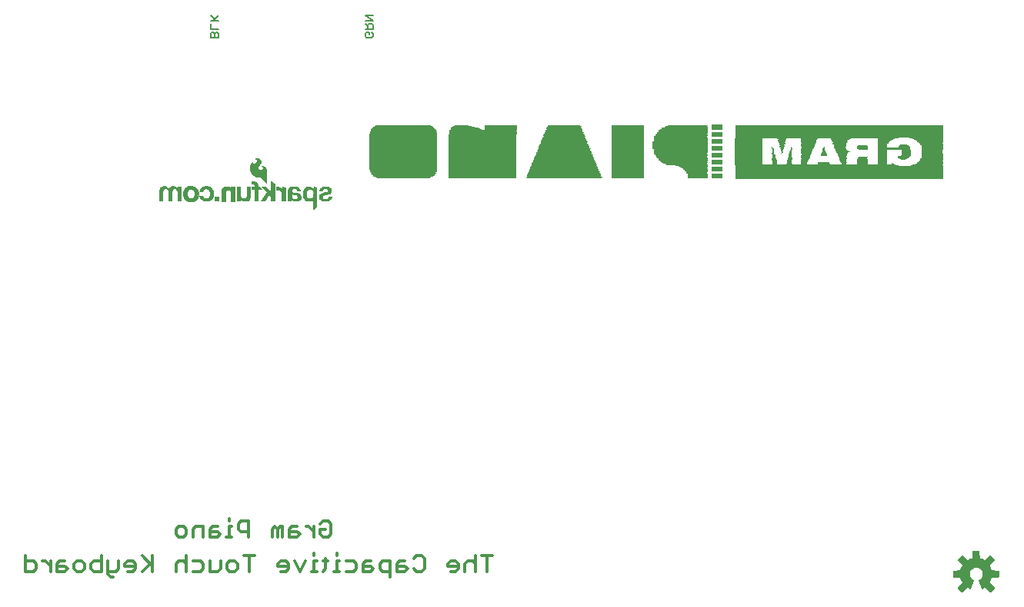
<source format=gbr>
G04 EAGLE Gerber RS-274X export*
G75*
%MOMM*%
%FSLAX34Y34*%
%LPD*%
%INSilkscreen Bottom*%
%IPPOS*%
%AMOC8*
5,1,8,0,0,1.08239X$1,22.5*%
G01*
%ADD10C,0.304800*%
%ADD11R,22.860000X0.063500*%
%ADD12R,1.206500X0.063500*%
%ADD13R,2.159000X0.063500*%
%ADD14R,3.556000X0.063500*%
%ADD15R,8.318500X0.063500*%
%ADD16R,7.493000X0.063500*%
%ADD17R,5.842000X0.063500*%
%ADD18R,8.255000X0.063500*%
%ADD19R,6.159500X0.063500*%
%ADD20R,8.191500X0.063500*%
%ADD21R,6.413500X0.063500*%
%ADD22R,6.540500X0.063500*%
%ADD23R,8.064500X0.063500*%
%ADD24R,6.731000X0.063500*%
%ADD25R,2.222500X0.063500*%
%ADD26R,6.858000X0.063500*%
%ADD27R,8.001000X0.063500*%
%ADD28R,6.921500X0.063500*%
%ADD29R,7.937500X0.063500*%
%ADD30R,7.048500X0.063500*%
%ADD31R,2.286000X0.063500*%
%ADD32R,7.112000X0.063500*%
%ADD33R,7.810500X0.063500*%
%ADD34R,7.175500X0.063500*%
%ADD35R,2.349500X0.063500*%
%ADD36R,7.239000X0.063500*%
%ADD37R,2.413000X0.063500*%
%ADD38R,7.747000X0.063500*%
%ADD39R,7.302500X0.063500*%
%ADD40R,2.476500X0.063500*%
%ADD41R,7.683500X0.063500*%
%ADD42R,7.366000X0.063500*%
%ADD43R,2.540000X0.063500*%
%ADD44R,7.556500X0.063500*%
%ADD45R,7.429500X0.063500*%
%ADD46R,2.667000X0.063500*%
%ADD47R,2.730500X0.063500*%
%ADD48R,2.794000X0.063500*%
%ADD49R,2.921000X0.063500*%
%ADD50R,3.048000X0.063500*%
%ADD51R,4.191000X0.063500*%
%ADD52R,18.605500X0.063500*%
%ADD53R,3.238500X0.063500*%
%ADD54R,17.907000X0.063500*%
%ADD55R,3.492500X0.063500*%
%ADD56R,3.302000X0.063500*%
%ADD57R,17.653000X0.063500*%
%ADD58R,3.111500X0.063500*%
%ADD59R,0.317500X0.063500*%
%ADD60R,0.952500X0.063500*%
%ADD61R,1.143000X0.063500*%
%ADD62R,0.381000X0.063500*%
%ADD63R,1.397000X0.063500*%
%ADD64R,0.571500X0.063500*%
%ADD65R,0.635000X0.063500*%
%ADD66R,2.984500X0.063500*%
%ADD67R,4.508500X0.063500*%
%ADD68R,0.254000X0.063500*%
%ADD69R,0.508000X0.063500*%
%ADD70R,4.635500X0.063500*%
%ADD71R,0.063500X0.063500*%
%ADD72R,1.270000X0.063500*%
%ADD73R,4.826000X0.063500*%
%ADD74R,0.698500X0.063500*%
%ADD75R,4.953000X0.063500*%
%ADD76R,5.016500X0.063500*%
%ADD77R,0.762000X0.063500*%
%ADD78R,5.143500X0.063500*%
%ADD79R,2.603500X0.063500*%
%ADD80R,5.207000X0.063500*%
%ADD81R,6.794500X0.063500*%
%ADD82R,5.270500X0.063500*%
%ADD83R,0.825500X0.063500*%
%ADD84R,0.444500X0.063500*%
%ADD85R,5.334000X0.063500*%
%ADD86R,6.667500X0.063500*%
%ADD87R,5.397500X0.063500*%
%ADD88R,1.079500X0.063500*%
%ADD89R,0.889000X0.063500*%
%ADD90R,5.461000X0.063500*%
%ADD91R,5.524500X0.063500*%
%ADD92R,5.588000X0.063500*%
%ADD93R,1.016000X0.063500*%
%ADD94R,5.651500X0.063500*%
%ADD95R,5.715000X0.063500*%
%ADD96R,6.286500X0.063500*%
%ADD97R,5.778500X0.063500*%
%ADD98R,6.223000X0.063500*%
%ADD99R,6.032500X0.063500*%
%ADD100R,0.127000X0.063500*%
%ADD101R,0.190500X0.063500*%
%ADD102R,5.905500X0.063500*%
%ADD103R,1.460500X0.063500*%
%ADD104R,5.969000X0.063500*%
%ADD105R,1.333500X0.063500*%
%ADD106R,3.619500X0.063500*%
%ADD107R,1.524000X0.063500*%
%ADD108R,1.587500X0.063500*%
%ADD109R,1.651000X0.063500*%
%ADD110R,5.080000X0.063500*%
%ADD111R,2.857500X0.063500*%
%ADD112R,1.714500X0.063500*%
%ADD113R,1.778000X0.063500*%
%ADD114R,4.889500X0.063500*%
%ADD115R,1.905000X0.063500*%
%ADD116R,2.032000X0.063500*%
%ADD117R,3.365500X0.063500*%
%ADD118R,1.841500X0.063500*%
%ADD119R,4.762500X0.063500*%
%ADD120R,3.683000X0.063500*%
%ADD121R,4.572000X0.063500*%
%ADD122R,4.381500X0.063500*%
%ADD123R,4.254500X0.063500*%
%ADD124R,4.127500X0.063500*%
%ADD125R,4.000500X0.063500*%
%ADD126R,3.937000X0.063500*%
%ADD127R,3.429000X0.063500*%
%ADD128R,3.873500X0.063500*%
%ADD129R,3.746500X0.063500*%
%ADD130R,2.095500X0.063500*%
%ADD131R,6.350000X0.063500*%
%ADD132R,4.445000X0.063500*%
%ADD133C,0.152400*%
%ADD134C,0.025400*%
%ADD135R,0.495300X0.485100*%

G36*
X1653777Y43066D02*
X1653777Y43066D01*
X1653885Y43076D01*
X1653898Y43082D01*
X1653912Y43084D01*
X1654009Y43132D01*
X1654108Y43177D01*
X1654121Y43188D01*
X1654130Y43192D01*
X1654145Y43207D01*
X1654222Y43270D01*
X1658530Y47578D01*
X1658593Y47666D01*
X1658659Y47752D01*
X1658664Y47765D01*
X1658672Y47777D01*
X1658703Y47880D01*
X1658739Y47983D01*
X1658739Y47997D01*
X1658743Y48010D01*
X1658739Y48118D01*
X1658740Y48227D01*
X1658735Y48240D01*
X1658735Y48254D01*
X1658697Y48355D01*
X1658662Y48458D01*
X1658653Y48473D01*
X1658649Y48482D01*
X1658635Y48499D01*
X1658581Y48582D01*
X1653767Y54485D01*
X1654845Y56580D01*
X1654852Y56599D01*
X1654893Y56694D01*
X1655611Y58938D01*
X1663190Y59708D01*
X1663294Y59736D01*
X1663400Y59761D01*
X1663412Y59768D01*
X1663425Y59771D01*
X1663515Y59832D01*
X1663608Y59889D01*
X1663616Y59900D01*
X1663628Y59908D01*
X1663694Y59994D01*
X1663763Y60078D01*
X1663767Y60091D01*
X1663776Y60102D01*
X1663810Y60205D01*
X1663849Y60306D01*
X1663850Y60324D01*
X1663854Y60333D01*
X1663853Y60354D01*
X1663863Y60453D01*
X1663863Y66547D01*
X1663846Y66655D01*
X1663832Y66762D01*
X1663826Y66774D01*
X1663824Y66788D01*
X1663772Y66884D01*
X1663725Y66981D01*
X1663715Y66991D01*
X1663709Y67003D01*
X1663629Y67077D01*
X1663553Y67154D01*
X1663541Y67160D01*
X1663531Y67170D01*
X1663432Y67215D01*
X1663334Y67263D01*
X1663317Y67267D01*
X1663308Y67271D01*
X1663287Y67273D01*
X1663190Y67292D01*
X1655611Y68062D01*
X1654893Y70306D01*
X1654884Y70324D01*
X1654845Y70420D01*
X1653767Y72515D01*
X1658581Y78419D01*
X1658635Y78513D01*
X1658692Y78605D01*
X1658695Y78618D01*
X1658702Y78630D01*
X1658723Y78737D01*
X1658748Y78842D01*
X1658746Y78856D01*
X1658749Y78870D01*
X1658734Y78977D01*
X1658724Y79085D01*
X1658718Y79098D01*
X1658716Y79112D01*
X1658668Y79209D01*
X1658623Y79308D01*
X1658612Y79321D01*
X1658608Y79330D01*
X1658593Y79345D01*
X1658530Y79422D01*
X1654222Y83730D01*
X1654134Y83793D01*
X1654048Y83859D01*
X1654035Y83864D01*
X1654023Y83872D01*
X1653920Y83903D01*
X1653817Y83939D01*
X1653803Y83939D01*
X1653790Y83943D01*
X1653682Y83939D01*
X1653573Y83940D01*
X1653560Y83935D01*
X1653546Y83935D01*
X1653445Y83897D01*
X1653342Y83862D01*
X1653327Y83853D01*
X1653318Y83849D01*
X1653301Y83835D01*
X1653219Y83781D01*
X1647315Y78967D01*
X1645220Y80045D01*
X1645201Y80052D01*
X1645106Y80093D01*
X1642862Y80811D01*
X1642092Y88390D01*
X1642064Y88494D01*
X1642039Y88600D01*
X1642032Y88612D01*
X1642029Y88625D01*
X1641968Y88715D01*
X1641911Y88808D01*
X1641900Y88816D01*
X1641892Y88828D01*
X1641806Y88894D01*
X1641722Y88963D01*
X1641709Y88967D01*
X1641698Y88976D01*
X1641595Y89010D01*
X1641494Y89049D01*
X1641476Y89050D01*
X1641467Y89054D01*
X1641446Y89053D01*
X1641347Y89063D01*
X1635253Y89063D01*
X1635145Y89046D01*
X1635038Y89032D01*
X1635026Y89026D01*
X1635012Y89024D01*
X1634916Y88972D01*
X1634819Y88925D01*
X1634809Y88915D01*
X1634797Y88909D01*
X1634723Y88829D01*
X1634646Y88753D01*
X1634640Y88741D01*
X1634630Y88731D01*
X1634585Y88632D01*
X1634537Y88534D01*
X1634533Y88517D01*
X1634529Y88508D01*
X1634527Y88487D01*
X1634508Y88390D01*
X1633738Y80811D01*
X1631494Y80093D01*
X1631476Y80084D01*
X1631380Y80045D01*
X1629285Y78967D01*
X1623382Y83781D01*
X1623287Y83835D01*
X1623195Y83892D01*
X1623182Y83895D01*
X1623170Y83902D01*
X1623063Y83923D01*
X1622958Y83948D01*
X1622944Y83946D01*
X1622930Y83949D01*
X1622823Y83934D01*
X1622715Y83924D01*
X1622702Y83918D01*
X1622689Y83916D01*
X1622591Y83868D01*
X1622492Y83823D01*
X1622479Y83812D01*
X1622470Y83808D01*
X1622455Y83793D01*
X1622378Y83730D01*
X1618070Y79422D01*
X1618007Y79334D01*
X1617941Y79248D01*
X1617936Y79235D01*
X1617928Y79223D01*
X1617897Y79120D01*
X1617861Y79017D01*
X1617861Y79003D01*
X1617857Y78990D01*
X1617861Y78882D01*
X1617860Y78773D01*
X1617865Y78760D01*
X1617865Y78746D01*
X1617903Y78645D01*
X1617938Y78542D01*
X1617947Y78527D01*
X1617951Y78518D01*
X1617965Y78501D01*
X1618019Y78419D01*
X1622833Y72515D01*
X1621755Y70420D01*
X1621748Y70401D01*
X1621707Y70306D01*
X1620989Y68062D01*
X1613410Y67292D01*
X1613306Y67264D01*
X1613200Y67239D01*
X1613188Y67232D01*
X1613175Y67229D01*
X1613085Y67168D01*
X1612992Y67111D01*
X1612984Y67100D01*
X1612972Y67092D01*
X1612906Y67006D01*
X1612838Y66922D01*
X1612833Y66909D01*
X1612824Y66898D01*
X1612790Y66795D01*
X1612751Y66694D01*
X1612750Y66676D01*
X1612746Y66667D01*
X1612747Y66646D01*
X1612737Y66547D01*
X1612737Y60453D01*
X1612755Y60345D01*
X1612768Y60238D01*
X1612774Y60226D01*
X1612776Y60212D01*
X1612828Y60116D01*
X1612875Y60019D01*
X1612885Y60009D01*
X1612891Y59997D01*
X1612971Y59923D01*
X1613047Y59846D01*
X1613059Y59840D01*
X1613070Y59830D01*
X1613168Y59785D01*
X1613266Y59737D01*
X1613283Y59733D01*
X1613292Y59729D01*
X1613313Y59727D01*
X1613410Y59708D01*
X1620989Y58938D01*
X1621707Y56694D01*
X1621716Y56676D01*
X1621755Y56580D01*
X1622833Y54485D01*
X1618019Y48582D01*
X1617965Y48487D01*
X1617908Y48395D01*
X1617905Y48382D01*
X1617898Y48370D01*
X1617877Y48263D01*
X1617852Y48158D01*
X1617854Y48144D01*
X1617851Y48130D01*
X1617866Y48023D01*
X1617876Y47915D01*
X1617882Y47902D01*
X1617884Y47889D01*
X1617932Y47791D01*
X1617977Y47692D01*
X1617988Y47679D01*
X1617992Y47670D01*
X1618007Y47655D01*
X1618070Y47578D01*
X1622378Y43270D01*
X1622466Y43207D01*
X1622552Y43141D01*
X1622565Y43136D01*
X1622577Y43128D01*
X1622680Y43097D01*
X1622783Y43061D01*
X1622797Y43061D01*
X1622810Y43057D01*
X1622918Y43061D01*
X1623027Y43060D01*
X1623040Y43065D01*
X1623054Y43065D01*
X1623155Y43103D01*
X1623258Y43138D01*
X1623273Y43147D01*
X1623282Y43151D01*
X1623299Y43165D01*
X1623382Y43219D01*
X1629285Y48033D01*
X1631379Y46954D01*
X1631432Y46937D01*
X1631481Y46911D01*
X1631547Y46900D01*
X1631611Y46879D01*
X1631667Y46880D01*
X1631721Y46871D01*
X1631788Y46882D01*
X1631855Y46883D01*
X1631907Y46901D01*
X1631962Y46910D01*
X1632021Y46942D01*
X1632085Y46964D01*
X1632129Y46999D01*
X1632178Y47025D01*
X1632223Y47074D01*
X1632276Y47116D01*
X1632307Y47163D01*
X1632345Y47203D01*
X1632401Y47308D01*
X1632409Y47321D01*
X1632410Y47326D01*
X1632414Y47333D01*
X1636002Y55995D01*
X1636027Y56100D01*
X1636055Y56205D01*
X1636054Y56219D01*
X1636058Y56233D01*
X1636047Y56340D01*
X1636041Y56448D01*
X1636035Y56461D01*
X1636034Y56476D01*
X1635989Y56574D01*
X1635949Y56674D01*
X1635939Y56685D01*
X1635933Y56698D01*
X1635860Y56777D01*
X1635789Y56858D01*
X1635773Y56869D01*
X1635766Y56876D01*
X1635747Y56887D01*
X1635666Y56941D01*
X1634323Y57667D01*
X1633216Y58602D01*
X1632323Y59744D01*
X1631681Y61045D01*
X1631319Y62448D01*
X1631252Y63896D01*
X1631481Y65327D01*
X1631998Y66682D01*
X1632781Y67902D01*
X1633796Y68936D01*
X1635002Y69742D01*
X1636346Y70284D01*
X1637773Y70540D01*
X1639222Y70499D01*
X1640632Y70163D01*
X1641944Y69547D01*
X1643102Y68675D01*
X1644058Y67585D01*
X1644771Y66323D01*
X1645211Y64942D01*
X1645360Y63498D01*
X1645225Y62123D01*
X1644823Y60798D01*
X1644170Y59578D01*
X1643292Y58508D01*
X1642223Y57630D01*
X1640937Y56943D01*
X1640850Y56876D01*
X1640761Y56812D01*
X1640753Y56802D01*
X1640743Y56794D01*
X1640682Y56703D01*
X1640618Y56614D01*
X1640615Y56602D01*
X1640608Y56591D01*
X1640579Y56485D01*
X1640547Y56381D01*
X1640548Y56368D01*
X1640544Y56356D01*
X1640552Y56246D01*
X1640555Y56137D01*
X1640560Y56121D01*
X1640560Y56112D01*
X1640568Y56093D01*
X1640598Y55995D01*
X1644186Y47333D01*
X1644215Y47286D01*
X1644236Y47234D01*
X1644279Y47183D01*
X1644315Y47126D01*
X1644358Y47091D01*
X1644394Y47048D01*
X1644451Y47014D01*
X1644503Y46971D01*
X1644555Y46952D01*
X1644603Y46923D01*
X1644669Y46909D01*
X1644732Y46885D01*
X1644787Y46883D01*
X1644842Y46872D01*
X1644908Y46879D01*
X1644975Y46877D01*
X1645029Y46893D01*
X1645084Y46900D01*
X1645195Y46944D01*
X1645209Y46948D01*
X1645213Y46951D01*
X1645221Y46954D01*
X1647315Y48033D01*
X1653219Y43219D01*
X1653313Y43165D01*
X1653405Y43108D01*
X1653418Y43105D01*
X1653430Y43098D01*
X1653537Y43077D01*
X1653642Y43052D01*
X1653656Y43054D01*
X1653670Y43051D01*
X1653777Y43066D01*
G37*
G36*
X857574Y493567D02*
X857574Y493567D01*
X857616Y493582D01*
X857618Y493587D01*
X857622Y493589D01*
X857651Y493662D01*
X857655Y493673D01*
X857655Y493674D01*
X857655Y508838D01*
X857653Y508843D01*
X857655Y508849D01*
X857585Y509680D01*
X857579Y509691D01*
X857580Y509706D01*
X857340Y510505D01*
X857332Y510515D01*
X857330Y510529D01*
X856929Y511261D01*
X856919Y511269D01*
X856914Y511282D01*
X856444Y511832D01*
X856433Y511837D01*
X856426Y511849D01*
X855856Y512294D01*
X855844Y512297D01*
X855834Y512307D01*
X855186Y512628D01*
X855174Y512629D01*
X855162Y512637D01*
X854463Y512821D01*
X854452Y512820D01*
X854441Y512825D01*
X853501Y512898D01*
X853492Y512895D01*
X853481Y512898D01*
X852541Y512825D01*
X852537Y512823D01*
X852531Y512824D01*
X852048Y512748D01*
X852009Y512723D01*
X851969Y512702D01*
X851968Y512698D01*
X851965Y512696D01*
X851955Y512651D01*
X851943Y512607D01*
X851945Y512603D01*
X851944Y512599D01*
X851969Y512561D01*
X851993Y512522D01*
X851997Y512521D01*
X851999Y512518D01*
X852040Y512509D01*
X852080Y512497D01*
X852238Y512513D01*
X852376Y512485D01*
X852509Y512414D01*
X853333Y511815D01*
X853451Y511701D01*
X853523Y511563D01*
X853616Y511148D01*
X853616Y510720D01*
X853523Y510304D01*
X853317Y509900D01*
X853004Y509572D01*
X852398Y509207D01*
X851720Y509000D01*
X851009Y508965D01*
X850399Y509062D01*
X849813Y509260D01*
X849270Y509553D01*
X848845Y509918D01*
X848530Y510378D01*
X848344Y510903D01*
X848301Y511459D01*
X848403Y512007D01*
X848643Y512510D01*
X849013Y512945D01*
X849211Y513155D01*
X849806Y513786D01*
X850401Y514417D01*
X850466Y514486D01*
X850469Y514496D01*
X850478Y514502D01*
X851665Y516260D01*
X851667Y516273D01*
X851677Y516283D01*
X851957Y516971D01*
X851956Y516986D01*
X851965Y517001D01*
X852064Y517736D01*
X852060Y517751D01*
X852065Y517768D01*
X851978Y518505D01*
X851970Y518518D01*
X851970Y518536D01*
X851703Y519228D01*
X851692Y519239D01*
X851688Y519256D01*
X851257Y519859D01*
X851247Y519866D01*
X851241Y519878D01*
X850545Y520536D01*
X850537Y520539D01*
X850532Y520547D01*
X849755Y521107D01*
X849745Y521110D01*
X849737Y521118D01*
X848957Y521506D01*
X848945Y521507D01*
X848934Y521515D01*
X848094Y521746D01*
X848082Y521745D01*
X848070Y521751D01*
X847202Y521817D01*
X847192Y521813D01*
X847180Y521817D01*
X846280Y521731D01*
X846271Y521727D01*
X846261Y521728D01*
X845383Y521508D01*
X845375Y521502D01*
X845363Y521501D01*
X845135Y521400D01*
X844779Y521248D01*
X844778Y521248D01*
X844274Y521027D01*
X844264Y521016D01*
X844247Y521011D01*
X843812Y520673D01*
X843809Y520666D01*
X843801Y520662D01*
X843776Y520637D01*
X843773Y520636D01*
X843738Y520544D01*
X843779Y520455D01*
X843864Y520422D01*
X844467Y520422D01*
X844978Y520365D01*
X845468Y520226D01*
X845949Y519971D01*
X846344Y519601D01*
X846630Y519141D01*
X846787Y518622D01*
X846799Y518319D01*
X846740Y518019D01*
X846534Y517525D01*
X846251Y517067D01*
X845900Y516657D01*
X845488Y516303D01*
X844586Y515652D01*
X844098Y515403D01*
X843569Y515305D01*
X843030Y515363D01*
X842856Y515428D01*
X842495Y515677D01*
X842221Y516016D01*
X842177Y516119D01*
X842161Y516239D01*
X842161Y517119D01*
X842144Y517160D01*
X842130Y517202D01*
X842125Y517205D01*
X842123Y517210D01*
X842082Y517226D01*
X842042Y517245D01*
X842036Y517243D01*
X842031Y517245D01*
X842004Y517233D01*
X841955Y517217D01*
X840829Y516296D01*
X840823Y516284D01*
X840811Y516277D01*
X839904Y515140D01*
X839901Y515129D01*
X839892Y515121D01*
X839390Y514187D01*
X839389Y514177D01*
X839383Y514169D01*
X839025Y513172D01*
X839025Y513162D01*
X839020Y513153D01*
X838813Y512114D01*
X838815Y512104D01*
X838814Y512102D01*
X838815Y512102D01*
X838811Y512093D01*
X838751Y510165D01*
X838755Y510154D01*
X838752Y510142D01*
X839040Y508235D01*
X839046Y508225D01*
X839046Y508213D01*
X839674Y506389D01*
X839681Y506380D01*
X839683Y506368D01*
X840630Y504687D01*
X840638Y504681D01*
X840641Y504670D01*
X841526Y503563D01*
X841533Y503560D01*
X841535Y503554D01*
X841536Y503554D01*
X841538Y503550D01*
X842569Y502578D01*
X842577Y502575D01*
X842583Y502567D01*
X843740Y501750D01*
X843750Y501748D01*
X843758Y501740D01*
X844988Y501140D01*
X844999Y501139D01*
X845009Y501131D01*
X846328Y500763D01*
X846339Y500765D01*
X846350Y500759D01*
X847714Y500635D01*
X847719Y500637D01*
X847725Y500635D01*
X850000Y500635D01*
X850368Y500570D01*
X850719Y500443D01*
X851709Y499854D01*
X852563Y499072D01*
X857435Y493590D01*
X857439Y493588D01*
X857441Y493583D01*
X857483Y493567D01*
X857524Y493548D01*
X857528Y493550D01*
X857533Y493548D01*
X857574Y493567D01*
G37*
G36*
X908941Y464873D02*
X908941Y464873D01*
X908943Y464872D01*
X908964Y464881D01*
X909024Y464904D01*
X913164Y468638D01*
X913166Y468644D01*
X913172Y468647D01*
X913196Y468707D01*
X913205Y468728D01*
X913204Y468730D01*
X913205Y468732D01*
X913205Y489306D01*
X913190Y489343D01*
X913180Y489382D01*
X913171Y489388D01*
X913167Y489397D01*
X913139Y489408D01*
X913103Y489430D01*
X909217Y490166D01*
X909202Y490163D01*
X909187Y490168D01*
X909155Y490153D01*
X909120Y490145D01*
X909112Y490132D01*
X909099Y490126D01*
X909084Y490087D01*
X909068Y490062D01*
X909071Y490051D01*
X909067Y490040D01*
X909091Y488123D01*
X908957Y488272D01*
X908956Y488273D01*
X908956Y488274D01*
X908067Y489239D01*
X908061Y489241D01*
X908057Y489248D01*
X907714Y489549D01*
X907703Y489553D01*
X907695Y489563D01*
X907301Y489796D01*
X907292Y489797D01*
X907284Y489804D01*
X905963Y490337D01*
X905952Y490337D01*
X905942Y490344D01*
X905460Y490446D01*
X905448Y490443D01*
X905436Y490448D01*
X903455Y490473D01*
X903444Y490469D01*
X903432Y490471D01*
X902347Y490288D01*
X902337Y490281D01*
X902323Y490281D01*
X901298Y489881D01*
X901291Y489873D01*
X901279Y489871D01*
X900377Y489330D01*
X900372Y489324D01*
X900363Y489321D01*
X899539Y488668D01*
X899533Y488658D01*
X899523Y488653D01*
X898731Y487763D01*
X898727Y487750D01*
X898715Y487741D01*
X898136Y486700D01*
X898134Y486688D01*
X898126Y486677D01*
X897452Y484564D01*
X897453Y484553D01*
X897447Y484542D01*
X897164Y482342D01*
X897167Y482331D01*
X897163Y482319D01*
X897281Y480104D01*
X897286Y480094D01*
X897284Y480082D01*
X897607Y478706D01*
X897614Y478697D01*
X897614Y478685D01*
X898170Y477385D01*
X898178Y477377D01*
X898180Y477366D01*
X898952Y476181D01*
X898961Y476175D01*
X898966Y476164D01*
X899623Y475457D01*
X899633Y475453D01*
X899639Y475443D01*
X900407Y474858D01*
X900418Y474856D01*
X900425Y474847D01*
X901281Y474401D01*
X901292Y474400D01*
X901301Y474392D01*
X902220Y474098D01*
X902230Y474099D01*
X902240Y474093D01*
X903452Y473904D01*
X903461Y473906D01*
X903470Y473903D01*
X904697Y473886D01*
X904705Y473889D01*
X904715Y473887D01*
X905932Y474042D01*
X905942Y474047D01*
X905954Y474047D01*
X906798Y474311D01*
X906808Y474319D01*
X906823Y474322D01*
X907592Y474759D01*
X907600Y474769D01*
X907614Y474774D01*
X908274Y475364D01*
X908280Y475376D01*
X908292Y475384D01*
X908812Y476100D01*
X908813Y476102D01*
X908813Y464998D01*
X908831Y464954D01*
X908848Y464911D01*
X908850Y464910D01*
X908851Y464907D01*
X908895Y464890D01*
X908939Y464872D01*
X908941Y464873D01*
G37*
G36*
X743511Y474220D02*
X743511Y474220D01*
X743513Y474219D01*
X743556Y474239D01*
X743600Y474257D01*
X743600Y474259D01*
X743602Y474260D01*
X743635Y474345D01*
X743635Y484624D01*
X743742Y485504D01*
X744054Y486326D01*
X744315Y486710D01*
X744658Y487023D01*
X745064Y487249D01*
X745512Y487377D01*
X746416Y487445D01*
X747319Y487353D01*
X747729Y487227D01*
X748101Y487017D01*
X748116Y487003D01*
X748257Y486877D01*
X748397Y486750D01*
X748419Y486731D01*
X748804Y486203D01*
X749077Y485608D01*
X749226Y484969D01*
X749301Y483866D01*
X749301Y474345D01*
X749302Y474343D01*
X749301Y474341D01*
X749321Y474298D01*
X749339Y474254D01*
X749341Y474254D01*
X749342Y474252D01*
X749427Y474219D01*
X753745Y474219D01*
X753747Y474220D01*
X753749Y474219D01*
X753792Y474239D01*
X753836Y474257D01*
X753836Y474259D01*
X753838Y474260D01*
X753871Y474345D01*
X753871Y484904D01*
X753951Y485567D01*
X754182Y486186D01*
X754552Y486733D01*
X754899Y487051D01*
X755308Y487284D01*
X755758Y487420D01*
X756235Y487452D01*
X757083Y487402D01*
X757523Y487320D01*
X757927Y487142D01*
X758282Y486876D01*
X759101Y485932D01*
X759385Y485394D01*
X759516Y484803D01*
X759486Y484181D01*
X759487Y484178D01*
X759486Y484175D01*
X759486Y474370D01*
X759487Y474368D01*
X759486Y474366D01*
X759506Y474323D01*
X759524Y474279D01*
X759526Y474279D01*
X759527Y474277D01*
X759612Y474244D01*
X763930Y474244D01*
X763932Y474245D01*
X763934Y474244D01*
X763977Y474264D01*
X764021Y474282D01*
X764021Y474284D01*
X764023Y474285D01*
X764056Y474370D01*
X764056Y490423D01*
X764055Y490425D01*
X764056Y490427D01*
X764036Y490470D01*
X764018Y490514D01*
X764016Y490514D01*
X764015Y490516D01*
X763930Y490549D01*
X759943Y490549D01*
X759941Y490548D01*
X759939Y490549D01*
X759896Y490529D01*
X759852Y490511D01*
X759852Y490509D01*
X759850Y490508D01*
X759817Y490423D01*
X759817Y488370D01*
X759786Y488377D01*
X759484Y488773D01*
X759478Y488776D01*
X759475Y488784D01*
X758713Y489571D01*
X758705Y489574D01*
X758701Y489581D01*
X757939Y490193D01*
X757925Y490197D01*
X757913Y490210D01*
X757023Y490614D01*
X757011Y490614D01*
X757000Y490622D01*
X755908Y490876D01*
X755899Y490875D01*
X755891Y490879D01*
X754519Y491006D01*
X754509Y491003D01*
X754498Y491006D01*
X753541Y490937D01*
X753530Y490931D01*
X753516Y490932D01*
X752593Y490672D01*
X752583Y490664D01*
X752570Y490662D01*
X751780Y490259D01*
X751772Y490250D01*
X751759Y490246D01*
X751061Y489700D01*
X751055Y489689D01*
X751043Y489683D01*
X750461Y489014D01*
X750458Y489002D01*
X750447Y488994D01*
X750067Y488336D01*
X750025Y488378D01*
X749570Y488859D01*
X749567Y488860D01*
X749566Y488863D01*
X748778Y489622D01*
X748769Y489625D01*
X748764Y489634D01*
X747875Y490272D01*
X747864Y490274D01*
X747856Y490282D01*
X747051Y490676D01*
X747039Y490676D01*
X747028Y490684D01*
X746163Y490916D01*
X746151Y490914D01*
X746139Y490920D01*
X745245Y490981D01*
X745236Y490978D01*
X745225Y490981D01*
X743946Y490874D01*
X743939Y490870D01*
X743932Y490872D01*
X742672Y490623D01*
X742663Y490617D01*
X742651Y490617D01*
X741785Y490291D01*
X741775Y490281D01*
X741760Y490278D01*
X740986Y489771D01*
X740979Y489759D01*
X740965Y489753D01*
X740319Y489089D01*
X740316Y489079D01*
X740312Y489078D01*
X740311Y489074D01*
X740303Y489068D01*
X739715Y488129D01*
X739713Y488116D01*
X739703Y488106D01*
X739317Y487067D01*
X739318Y487054D01*
X739311Y487042D01*
X739142Y485946D01*
X739145Y485937D01*
X739141Y485927D01*
X739141Y474345D01*
X739142Y474343D01*
X739141Y474341D01*
X739161Y474298D01*
X739179Y474254D01*
X739181Y474254D01*
X739182Y474252D01*
X739267Y474219D01*
X743509Y474219D01*
X743511Y474220D01*
G37*
G36*
X891391Y473889D02*
X891391Y473889D01*
X891402Y473894D01*
X891416Y473892D01*
X892788Y474200D01*
X892799Y474208D01*
X892814Y474209D01*
X894083Y474815D01*
X894092Y474825D01*
X894106Y474829D01*
X894554Y475171D01*
X894560Y475181D01*
X894572Y475187D01*
X894949Y475607D01*
X894953Y475618D01*
X894963Y475626D01*
X895255Y476109D01*
X895257Y476120D01*
X895265Y476130D01*
X895638Y477123D01*
X895638Y477134D01*
X895644Y477145D01*
X895833Y478189D01*
X895830Y478200D01*
X895835Y478212D01*
X895832Y479273D01*
X895829Y479280D01*
X895831Y479283D01*
X895828Y479290D01*
X895829Y479300D01*
X895623Y480241D01*
X895614Y480253D01*
X895613Y480270D01*
X895184Y481132D01*
X895174Y481141D01*
X895169Y481156D01*
X894671Y481765D01*
X894666Y481768D01*
X894664Y481772D01*
X894658Y481774D01*
X894653Y481783D01*
X894043Y482281D01*
X894031Y482284D01*
X894022Y482295D01*
X893326Y482661D01*
X893315Y482662D01*
X893306Y482669D01*
X891821Y483153D01*
X891813Y483152D01*
X891804Y483157D01*
X890267Y483435D01*
X890263Y483434D01*
X890258Y483437D01*
X888052Y483665D01*
X886746Y483891D01*
X886277Y484056D01*
X885849Y484302D01*
X885565Y484563D01*
X885505Y484650D01*
X885463Y484747D01*
X885352Y485268D01*
X885352Y485799D01*
X885463Y486320D01*
X885602Y486634D01*
X885801Y486913D01*
X886054Y487147D01*
X886368Y487340D01*
X886714Y487468D01*
X887083Y487529D01*
X888438Y487579D01*
X889025Y487525D01*
X889586Y487360D01*
X890050Y487105D01*
X890440Y486749D01*
X890735Y486311D01*
X890919Y485816D01*
X890982Y485285D01*
X890982Y485242D01*
X890983Y485240D01*
X890982Y485238D01*
X891002Y485195D01*
X891020Y485151D01*
X891022Y485151D01*
X891023Y485149D01*
X891108Y485116D01*
X895249Y485116D01*
X895250Y485114D01*
X895292Y485104D01*
X895334Y485090D01*
X895340Y485093D01*
X895346Y485092D01*
X895371Y485108D01*
X895416Y485129D01*
X895441Y485154D01*
X895441Y485155D01*
X895457Y485197D01*
X895476Y485246D01*
X895476Y485247D01*
X895456Y485289D01*
X895437Y485332D01*
X895315Y486223D01*
X895309Y486234D01*
X895309Y486249D01*
X894975Y487190D01*
X894966Y487200D01*
X894963Y487214D01*
X894444Y488067D01*
X894433Y488075D01*
X894428Y488088D01*
X893745Y488818D01*
X893733Y488823D01*
X893725Y488835D01*
X892908Y489409D01*
X892896Y489412D01*
X892887Y489421D01*
X891729Y489950D01*
X891719Y489950D01*
X891710Y489957D01*
X890481Y490291D01*
X890472Y490290D01*
X890463Y490294D01*
X888723Y490508D01*
X888715Y490505D01*
X888707Y490508D01*
X886953Y490500D01*
X886946Y490497D01*
X886937Y490499D01*
X885198Y490269D01*
X885190Y490264D01*
X885179Y490265D01*
X883765Y489840D01*
X883756Y489832D01*
X883742Y489831D01*
X882439Y489137D01*
X882430Y489127D01*
X882416Y489122D01*
X881854Y488639D01*
X881847Y488625D01*
X881833Y488616D01*
X881406Y488011D01*
X881403Y487996D01*
X881391Y487984D01*
X881124Y487293D01*
X881125Y487278D01*
X881117Y487263D01*
X881026Y486528D01*
X881028Y486520D01*
X881025Y486512D01*
X881025Y481686D01*
X881026Y481684D01*
X881025Y481682D01*
X881032Y481667D01*
X881000Y481583D01*
X881025Y477245D01*
X880923Y475908D01*
X880574Y474613D01*
X880500Y474414D01*
X880501Y474389D01*
X880492Y474366D01*
X880503Y474342D01*
X880504Y474316D01*
X880523Y474299D01*
X880533Y474277D01*
X880560Y474266D01*
X880578Y474250D01*
X880597Y474252D01*
X880618Y474244D01*
X884652Y474244D01*
X884688Y474241D01*
X884716Y474250D01*
X884756Y474254D01*
X884793Y474273D01*
X884812Y474295D01*
X884844Y474319D01*
X884866Y474355D01*
X884868Y474372D01*
X884880Y474388D01*
X884956Y474668D01*
X884955Y474671D01*
X884957Y474674D01*
X885184Y475703D01*
X885194Y475726D01*
X885200Y475732D01*
X885208Y475734D01*
X885217Y475733D01*
X885241Y475717D01*
X886068Y475014D01*
X886079Y475010D01*
X886088Y475000D01*
X887039Y474460D01*
X887050Y474459D01*
X887060Y474451D01*
X888095Y474098D01*
X888107Y474099D01*
X888117Y474093D01*
X889735Y473852D01*
X889745Y473855D01*
X889756Y473851D01*
X891391Y473889D01*
G37*
G36*
X866524Y474118D02*
X866524Y474118D01*
X866527Y474117D01*
X866610Y474154D01*
X866661Y474205D01*
X866663Y474208D01*
X866665Y474209D01*
X866698Y474294D01*
X866698Y493624D01*
X866690Y493643D01*
X866692Y493663D01*
X866671Y493690D01*
X866660Y493715D01*
X866646Y493720D01*
X866635Y493734D01*
X862495Y496096D01*
X862460Y496100D01*
X862428Y496112D01*
X862413Y496105D01*
X862397Y496107D01*
X862370Y496085D01*
X862339Y496071D01*
X862332Y496055D01*
X862320Y496045D01*
X862318Y496018D01*
X862306Y495986D01*
X862306Y484556D01*
X856831Y490030D01*
X856828Y490032D01*
X856827Y490034D01*
X856742Y490067D01*
X852068Y490067D01*
X852066Y490067D01*
X852065Y490067D01*
X852021Y490047D01*
X851977Y490029D01*
X851977Y490027D01*
X851975Y490026D01*
X851959Y489982D01*
X851942Y489937D01*
X851943Y489935D01*
X851942Y489934D01*
X851980Y489851D01*
X857671Y484285D01*
X851074Y474390D01*
X851067Y474352D01*
X851053Y474315D01*
X851058Y474305D01*
X851056Y474293D01*
X851078Y474262D01*
X851095Y474226D01*
X851106Y474222D01*
X851112Y474213D01*
X851142Y474208D01*
X851180Y474194D01*
X856260Y474219D01*
X856277Y474226D01*
X856295Y474224D01*
X856324Y474246D01*
X856350Y474258D01*
X856355Y474270D01*
X856367Y474280D01*
X860600Y481258D01*
X862255Y479651D01*
X862255Y474243D01*
X862256Y474241D01*
X862255Y474239D01*
X862275Y474196D01*
X862293Y474152D01*
X862295Y474152D01*
X862296Y474150D01*
X862381Y474117D01*
X866521Y474117D01*
X866524Y474118D01*
G37*
G36*
X834956Y473817D02*
X834956Y473817D01*
X834967Y473814D01*
X836000Y473961D01*
X836011Y473967D01*
X836024Y473967D01*
X837010Y474310D01*
X837019Y474318D01*
X837032Y474320D01*
X837934Y474846D01*
X837941Y474856D01*
X837954Y474861D01*
X838208Y475089D01*
X838214Y475100D01*
X838225Y475108D01*
X838886Y475993D01*
X838888Y476004D01*
X838898Y476013D01*
X839386Y477003D01*
X839386Y477015D01*
X839394Y477025D01*
X839694Y478088D01*
X839692Y478099D01*
X839698Y478111D01*
X839799Y479210D01*
X839797Y479216D01*
X839799Y479222D01*
X839799Y490017D01*
X839798Y490019D01*
X839799Y490021D01*
X839779Y490064D01*
X839761Y490108D01*
X839759Y490108D01*
X839758Y490110D01*
X839673Y490143D01*
X835533Y490143D01*
X835531Y490142D01*
X835529Y490143D01*
X835486Y490123D01*
X835442Y490105D01*
X835442Y490103D01*
X835440Y490102D01*
X835407Y490017D01*
X835407Y480020D01*
X835258Y479190D01*
X834915Y478422D01*
X834643Y478060D01*
X834302Y477759D01*
X833907Y477534D01*
X833218Y477311D01*
X832499Y477231D01*
X831778Y477298D01*
X831087Y477510D01*
X830577Y477798D01*
X830146Y478195D01*
X829819Y478680D01*
X829610Y479230D01*
X829385Y480434D01*
X829309Y481664D01*
X829309Y489966D01*
X829308Y489968D01*
X829309Y489970D01*
X829289Y490013D01*
X829271Y490057D01*
X829269Y490057D01*
X829268Y490059D01*
X829183Y490092D01*
X824967Y490092D01*
X824965Y490091D01*
X824963Y490092D01*
X824920Y490072D01*
X824876Y490054D01*
X824876Y490052D01*
X824874Y490051D01*
X824841Y489966D01*
X824841Y474345D01*
X824842Y474343D01*
X824841Y474341D01*
X824861Y474298D01*
X824879Y474254D01*
X824881Y474254D01*
X824882Y474252D01*
X824967Y474219D01*
X828980Y474219D01*
X828982Y474220D01*
X828984Y474219D01*
X829027Y474239D01*
X829071Y474257D01*
X829071Y474259D01*
X829073Y474260D01*
X829106Y474345D01*
X829106Y476402D01*
X829613Y475761D01*
X829621Y475757D01*
X829625Y475748D01*
X830452Y474963D01*
X830461Y474960D01*
X830466Y474952D01*
X831396Y474293D01*
X831405Y474291D01*
X831413Y474283D01*
X831658Y474161D01*
X831669Y474160D01*
X831678Y474153D01*
X831940Y474072D01*
X831949Y474073D01*
X831958Y474068D01*
X833436Y473845D01*
X833444Y473847D01*
X833452Y473843D01*
X834946Y473813D01*
X834956Y473817D01*
G37*
G36*
X822479Y474144D02*
X822479Y474144D01*
X822481Y474143D01*
X822524Y474163D01*
X822568Y474181D01*
X822568Y474183D01*
X822570Y474184D01*
X822603Y474269D01*
X822603Y489991D01*
X822602Y489993D01*
X822603Y489995D01*
X822583Y490038D01*
X822565Y490082D01*
X822563Y490082D01*
X822562Y490084D01*
X822477Y490117D01*
X818439Y490117D01*
X818437Y490116D01*
X818435Y490117D01*
X818392Y490097D01*
X818348Y490079D01*
X818348Y490077D01*
X818346Y490076D01*
X818313Y489991D01*
X818313Y487923D01*
X818271Y487952D01*
X818157Y488088D01*
X817880Y488466D01*
X817876Y488468D01*
X817874Y488473D01*
X817472Y488946D01*
X817465Y488950D01*
X817461Y488958D01*
X817266Y489134D01*
X817126Y489260D01*
X817000Y489374D01*
X816990Y489377D01*
X816982Y489387D01*
X816084Y489954D01*
X816071Y489957D01*
X816060Y489966D01*
X815064Y490335D01*
X815051Y490335D01*
X815038Y490342D01*
X813986Y490497D01*
X813976Y490494D01*
X813965Y490498D01*
X811959Y490448D01*
X811949Y490444D01*
X811936Y490446D01*
X810959Y490240D01*
X810947Y490232D01*
X810931Y490231D01*
X810026Y489809D01*
X810017Y489798D01*
X810002Y489794D01*
X809217Y489176D01*
X809211Y489165D01*
X809199Y489159D01*
X808710Y488584D01*
X808707Y488573D01*
X808697Y488566D01*
X808313Y487917D01*
X808311Y487906D01*
X808303Y487897D01*
X808034Y487192D01*
X808034Y487183D01*
X808029Y487174D01*
X807789Y486067D01*
X807791Y486058D01*
X807787Y486050D01*
X807696Y484921D01*
X807698Y484916D01*
X807696Y484911D01*
X807696Y474370D01*
X807697Y474368D01*
X807696Y474366D01*
X807716Y474323D01*
X807734Y474279D01*
X807736Y474279D01*
X807737Y474277D01*
X807822Y474244D01*
X811911Y474244D01*
X811913Y474245D01*
X811915Y474244D01*
X811958Y474264D01*
X812002Y474282D01*
X812002Y474284D01*
X812004Y474285D01*
X812037Y474370D01*
X812037Y484016D01*
X812102Y484734D01*
X812293Y485422D01*
X812603Y486064D01*
X812899Y486451D01*
X813273Y486760D01*
X813708Y486977D01*
X814008Y487054D01*
X814324Y487071D01*
X815429Y487021D01*
X815985Y486934D01*
X816501Y486730D01*
X816958Y486416D01*
X817475Y485847D01*
X817838Y485168D01*
X818055Y484418D01*
X818135Y483635D01*
X818135Y474269D01*
X818136Y474267D01*
X818135Y474265D01*
X818155Y474222D01*
X818173Y474178D01*
X818175Y474178D01*
X818176Y474176D01*
X818261Y474143D01*
X822477Y474143D01*
X822479Y474144D01*
G37*
G36*
X774193Y474072D02*
X774193Y474072D01*
X774209Y474068D01*
X777206Y474474D01*
X777227Y474486D01*
X777256Y474492D01*
X780101Y476270D01*
X780115Y476291D01*
X780140Y476309D01*
X781740Y478798D01*
X781744Y478821D01*
X781759Y478846D01*
X782369Y482732D01*
X782363Y482754D01*
X782367Y482780D01*
X781554Y486336D01*
X781539Y486357D01*
X781530Y486386D01*
X779396Y489104D01*
X779374Y489116D01*
X779353Y489139D01*
X775975Y490816D01*
X775955Y490817D01*
X775934Y490828D01*
X774461Y491005D01*
X774454Y491003D01*
X774446Y491006D01*
X774395Y491006D01*
X774375Y490998D01*
X774349Y490997D01*
X774222Y490947D01*
X774201Y490927D01*
X774175Y490915D01*
X774166Y490893D01*
X774151Y490879D01*
X774152Y490855D01*
X774142Y490830D01*
X774142Y487909D01*
X774159Y487869D01*
X774171Y487828D01*
X774178Y487824D01*
X774180Y487818D01*
X774208Y487807D01*
X774251Y487784D01*
X775346Y487634D01*
X776494Y486999D01*
X777282Y485915D01*
X777678Y485026D01*
X777952Y483552D01*
X778003Y481693D01*
X777828Y480445D01*
X777453Y479296D01*
X776915Y478269D01*
X775267Y477261D01*
X773519Y477039D01*
X771768Y477631D01*
X771698Y477695D01*
X771420Y477948D01*
X771142Y478200D01*
X771003Y478326D01*
X770726Y478579D01*
X770725Y478579D01*
X770689Y478612D01*
X770146Y479822D01*
X769771Y481370D01*
X769771Y482795D01*
X770022Y484724D01*
X770766Y486336D01*
X771600Y487145D01*
X772553Y487658D01*
X773740Y487757D01*
X773836Y487757D01*
X773839Y487758D01*
X773842Y487757D01*
X773884Y487777D01*
X773927Y487795D01*
X773928Y487798D01*
X773931Y487800D01*
X773962Y487885D01*
X773936Y489473D01*
X773933Y489599D01*
X773933Y489600D01*
X773931Y489726D01*
X773929Y489852D01*
X773927Y489978D01*
X773925Y490104D01*
X773925Y490105D01*
X773923Y490231D01*
X773921Y490357D01*
X773919Y490483D01*
X773916Y490609D01*
X773916Y490610D01*
X773914Y490736D01*
X773912Y490857D01*
X773908Y490866D01*
X773911Y490875D01*
X773889Y490910D01*
X773872Y490947D01*
X773864Y490950D01*
X773859Y490958D01*
X773807Y490971D01*
X773780Y490981D01*
X773775Y490979D01*
X773770Y490980D01*
X771763Y490726D01*
X771752Y490720D01*
X771738Y490720D01*
X770112Y490161D01*
X770100Y490150D01*
X770081Y490146D01*
X768100Y488775D01*
X768092Y488762D01*
X768076Y488753D01*
X766984Y487483D01*
X766979Y487467D01*
X766965Y487452D01*
X765924Y485115D01*
X765923Y485098D01*
X765914Y485080D01*
X765634Y482895D01*
X765638Y482880D01*
X765634Y482864D01*
X765888Y480756D01*
X765892Y480748D01*
X765891Y480737D01*
X766577Y478273D01*
X766588Y478259D01*
X766592Y478240D01*
X767405Y476945D01*
X767417Y476936D01*
X767425Y476921D01*
X768619Y475778D01*
X768628Y475774D01*
X768633Y475766D01*
X769750Y474979D01*
X769767Y474975D01*
X769782Y474963D01*
X771636Y474328D01*
X771650Y474329D01*
X771664Y474321D01*
X774179Y474067D01*
X774193Y474072D01*
G37*
G36*
X922174Y473865D02*
X922174Y473865D01*
X922181Y473863D01*
X924747Y474041D01*
X924756Y474046D01*
X924766Y474044D01*
X925687Y474256D01*
X925698Y474264D01*
X925712Y474265D01*
X926569Y474662D01*
X926575Y474669D01*
X926584Y474671D01*
X927778Y475433D01*
X927783Y475439D01*
X927791Y475442D01*
X928306Y475873D01*
X928311Y475884D01*
X928323Y475890D01*
X928743Y476414D01*
X928747Y476425D01*
X928757Y476434D01*
X929066Y477030D01*
X929067Y477039D01*
X929074Y477047D01*
X929506Y478317D01*
X929505Y478327D01*
X929510Y478336D01*
X929612Y478920D01*
X929611Y478927D01*
X929614Y478933D01*
X929639Y479289D01*
X929638Y479293D01*
X929639Y479296D01*
X929638Y479298D01*
X929639Y479302D01*
X929627Y479328D01*
X929624Y479358D01*
X929623Y479359D01*
X929623Y479360D01*
X929612Y479369D01*
X929607Y479382D01*
X929601Y479385D01*
X929598Y479391D01*
X929568Y479403D01*
X929548Y479419D01*
X929546Y479419D01*
X929545Y479420D01*
X929530Y479419D01*
X929518Y479424D01*
X929516Y479423D01*
X929513Y479424D01*
X925652Y479424D01*
X925650Y479423D01*
X925648Y479424D01*
X925605Y479404D01*
X925561Y479386D01*
X925561Y479384D01*
X925559Y479383D01*
X925526Y479298D01*
X925526Y479251D01*
X925497Y478754D01*
X925351Y478292D01*
X925095Y477878D01*
X924991Y477773D01*
X924865Y477647D01*
X924653Y477435D01*
X924126Y477098D01*
X923539Y476881D01*
X922977Y476808D01*
X921647Y476808D01*
X921044Y476882D01*
X920477Y477079D01*
X919964Y477391D01*
X919677Y477675D01*
X919468Y478020D01*
X919351Y478405D01*
X919334Y478809D01*
X919419Y479204D01*
X919600Y479566D01*
X919865Y479870D01*
X920201Y480101D01*
X921308Y480571D01*
X922482Y480877D01*
X926113Y481740D01*
X926120Y481745D01*
X926129Y481745D01*
X926937Y482051D01*
X926944Y482057D01*
X926954Y482059D01*
X927705Y482486D01*
X927711Y482493D01*
X927721Y482497D01*
X928398Y483034D01*
X928403Y483044D01*
X928414Y483050D01*
X928751Y483435D01*
X928755Y483448D01*
X928766Y483457D01*
X929015Y483904D01*
X929016Y483917D01*
X929025Y483928D01*
X929177Y484417D01*
X929175Y484429D01*
X929182Y484442D01*
X929287Y485578D01*
X929284Y485591D01*
X929287Y485604D01*
X929158Y486738D01*
X929152Y486749D01*
X929153Y486763D01*
X928795Y487847D01*
X928787Y487856D01*
X928785Y487870D01*
X928486Y488392D01*
X928476Y488399D01*
X928471Y488412D01*
X928077Y488867D01*
X928066Y488872D01*
X928059Y488884D01*
X927583Y489253D01*
X927572Y489256D01*
X927563Y489265D01*
X926282Y489919D01*
X926271Y489920D01*
X926261Y489927D01*
X924883Y490338D01*
X924872Y490337D01*
X924860Y490343D01*
X923431Y490498D01*
X923424Y490496D01*
X923417Y490498D01*
X921614Y490498D01*
X921608Y490496D01*
X921601Y490498D01*
X920208Y490358D01*
X920199Y490353D01*
X920188Y490354D01*
X918837Y489986D01*
X918828Y489979D01*
X918814Y489977D01*
X917717Y489439D01*
X917708Y489429D01*
X917694Y489425D01*
X916735Y488668D01*
X916729Y488658D01*
X916718Y488653D01*
X916370Y488257D01*
X916368Y488252D01*
X916367Y488252D01*
X916366Y488248D01*
X916358Y488242D01*
X916072Y487800D01*
X916070Y487790D01*
X916063Y487783D01*
X915707Y486995D01*
X915707Y486990D01*
X915703Y486986D01*
X915500Y486428D01*
X915502Y486404D01*
X915497Y486392D01*
X915500Y486385D01*
X915495Y486360D01*
X915504Y486346D01*
X915495Y486334D01*
X915497Y486328D01*
X915493Y486321D01*
X915417Y485610D01*
X915419Y485604D01*
X915418Y485600D01*
X915419Y485598D01*
X915417Y485593D01*
X915434Y485556D01*
X915446Y485516D01*
X915454Y485512D01*
X915458Y485504D01*
X915508Y485484D01*
X915534Y485471D01*
X915538Y485473D01*
X915543Y485471D01*
X919429Y485471D01*
X919473Y485489D01*
X919517Y485507D01*
X919518Y485508D01*
X919520Y485509D01*
X919527Y485528D01*
X919555Y485589D01*
X919571Y485849D01*
X919626Y486092D01*
X919776Y486444D01*
X919994Y486757D01*
X920270Y487021D01*
X920692Y487292D01*
X921159Y487481D01*
X921655Y487579D01*
X922503Y487623D01*
X923351Y487579D01*
X923800Y487494D01*
X924224Y487337D01*
X924525Y487142D01*
X924758Y486874D01*
X924913Y486532D01*
X924961Y486160D01*
X924896Y485791D01*
X924712Y485430D01*
X924477Y485187D01*
X924429Y485137D01*
X923754Y484721D01*
X923002Y484449D01*
X920979Y484045D01*
X920978Y484044D01*
X920977Y484044D01*
X919254Y483663D01*
X919247Y483658D01*
X919238Y483658D01*
X917582Y483048D01*
X917576Y483042D01*
X917566Y483041D01*
X916810Y482636D01*
X916804Y482629D01*
X916795Y482626D01*
X916103Y482118D01*
X916098Y482108D01*
X916086Y482103D01*
X915754Y481753D01*
X915749Y481741D01*
X915738Y481732D01*
X915486Y481320D01*
X915484Y481306D01*
X915474Y481294D01*
X915137Y480291D01*
X915138Y480276D01*
X915130Y480262D01*
X915036Y479207D01*
X915039Y479198D01*
X915036Y479187D01*
X915112Y478146D01*
X915116Y478138D01*
X915115Y478128D01*
X915258Y477464D01*
X915264Y477454D01*
X915265Y477441D01*
X915531Y476816D01*
X915539Y476807D01*
X915542Y476795D01*
X915921Y476231D01*
X915931Y476224D01*
X915936Y476213D01*
X916662Y475470D01*
X916672Y475466D01*
X916678Y475455D01*
X917522Y474849D01*
X917532Y474847D01*
X917541Y474838D01*
X918476Y474387D01*
X918487Y474386D01*
X918497Y474379D01*
X919497Y474097D01*
X919505Y474098D01*
X919514Y474093D01*
X920828Y473911D01*
X920835Y473913D01*
X920841Y473910D01*
X922168Y473863D01*
X922174Y473865D01*
G37*
G36*
X792372Y473962D02*
X792372Y473962D01*
X792379Y473965D01*
X792387Y473964D01*
X793950Y474246D01*
X793958Y474251D01*
X793968Y474250D01*
X795038Y474605D01*
X795046Y474611D01*
X795057Y474613D01*
X796054Y475139D01*
X796061Y475147D01*
X796072Y475151D01*
X796968Y475835D01*
X796973Y475844D01*
X796984Y475849D01*
X797754Y476672D01*
X797756Y476678D01*
X797758Y476679D01*
X797760Y476683D01*
X797767Y476688D01*
X798449Y477704D01*
X798451Y477714D01*
X798459Y477722D01*
X798973Y478833D01*
X798974Y478842D01*
X798980Y478851D01*
X799314Y480029D01*
X799313Y480039D01*
X799318Y480048D01*
X799463Y481264D01*
X799461Y481273D01*
X799464Y481283D01*
X799463Y481315D01*
X799463Y481316D01*
X799455Y481568D01*
X799456Y481568D01*
X799455Y481568D01*
X799452Y481694D01*
X799444Y481947D01*
X799440Y482073D01*
X799432Y482325D01*
X799432Y482326D01*
X799429Y482452D01*
X799425Y482578D01*
X799421Y482704D01*
X799413Y482957D01*
X799409Y483083D01*
X799402Y483335D01*
X799402Y483336D01*
X799398Y483462D01*
X799390Y483714D01*
X799388Y483772D01*
X799384Y483781D01*
X799386Y483793D01*
X799088Y485283D01*
X799081Y485293D01*
X799081Y485306D01*
X798504Y486712D01*
X798496Y486720D01*
X798493Y486733D01*
X797659Y488004D01*
X797649Y488010D01*
X797644Y488022D01*
X796583Y489110D01*
X796572Y489115D01*
X796564Y489126D01*
X795315Y489991D01*
X795303Y489994D01*
X795294Y490003D01*
X793903Y490615D01*
X793891Y490615D01*
X793879Y490622D01*
X792373Y490955D01*
X792361Y490952D01*
X792348Y490958D01*
X790806Y490981D01*
X790797Y490978D01*
X790788Y490980D01*
X789353Y490791D01*
X789348Y490788D01*
X789342Y490789D01*
X787931Y490470D01*
X787923Y490465D01*
X787913Y490464D01*
X786756Y490007D01*
X786746Y489997D01*
X786732Y489994D01*
X785701Y489297D01*
X785694Y489286D01*
X785680Y489279D01*
X784825Y488376D01*
X784820Y488364D01*
X784808Y488355D01*
X784168Y487288D01*
X784166Y487276D01*
X784158Y487267D01*
X783733Y486112D01*
X783733Y486102D01*
X783728Y486093D01*
X783491Y484885D01*
X783494Y484871D01*
X783489Y484857D01*
X783504Y484824D01*
X783511Y484789D01*
X783524Y484781D01*
X783530Y484768D01*
X783569Y484752D01*
X783595Y484736D01*
X783605Y484739D01*
X783615Y484735D01*
X787806Y484735D01*
X787808Y484736D01*
X787810Y484735D01*
X787853Y484755D01*
X787897Y484773D01*
X787897Y484775D01*
X787899Y484776D01*
X787932Y484861D01*
X787932Y484879D01*
X787999Y485458D01*
X788192Y486000D01*
X788503Y486485D01*
X788916Y486886D01*
X789409Y487184D01*
X790201Y487445D01*
X791033Y487528D01*
X791873Y487462D01*
X792694Y487281D01*
X793108Y487095D01*
X793455Y486805D01*
X794142Y485894D01*
X794647Y484869D01*
X794952Y483766D01*
X795045Y482625D01*
X794916Y481065D01*
X794570Y479541D01*
X794255Y478824D01*
X793780Y478205D01*
X793172Y477716D01*
X792464Y477386D01*
X791685Y477205D01*
X790885Y477164D01*
X790294Y477237D01*
X789725Y477410D01*
X789195Y477678D01*
X788752Y478023D01*
X788394Y478455D01*
X788073Y479045D01*
X787858Y479682D01*
X787754Y480358D01*
X787732Y480394D01*
X787714Y480432D01*
X787706Y480435D01*
X787702Y480442D01*
X787672Y480448D01*
X787629Y480465D01*
X783565Y480465D01*
X783563Y480464D01*
X783561Y480465D01*
X783518Y480445D01*
X783474Y480427D01*
X783474Y480425D01*
X783472Y480424D01*
X783439Y480339D01*
X783439Y480289D01*
X783440Y480285D01*
X783439Y480281D01*
X783471Y479806D01*
X783475Y479799D01*
X783473Y479789D01*
X783568Y479324D01*
X783574Y479315D01*
X783574Y479303D01*
X784116Y477912D01*
X784125Y477903D01*
X784128Y477889D01*
X784943Y476638D01*
X784954Y476631D01*
X784959Y476618D01*
X786012Y475560D01*
X786024Y475555D01*
X786033Y475543D01*
X787280Y474723D01*
X787291Y474720D01*
X787300Y474712D01*
X788393Y474250D01*
X788403Y474250D01*
X788412Y474244D01*
X789565Y473962D01*
X789575Y473963D01*
X789585Y473959D01*
X790768Y473863D01*
X790776Y473866D01*
X790786Y473863D01*
X792372Y473962D01*
G37*
G36*
X848311Y474144D02*
X848311Y474144D01*
X848313Y474143D01*
X848356Y474163D01*
X848400Y474181D01*
X848400Y474183D01*
X848402Y474184D01*
X848435Y474269D01*
X848435Y487149D01*
X852298Y487173D01*
X852299Y487173D01*
X852344Y487193D01*
X852388Y487212D01*
X852389Y487213D01*
X852406Y487258D01*
X852423Y487304D01*
X852423Y487305D01*
X852386Y487388D01*
X849719Y490055D01*
X849716Y490057D01*
X849715Y490059D01*
X849630Y490092D01*
X848384Y490092D01*
X848384Y490423D01*
X848382Y490428D01*
X848384Y490433D01*
X848207Y492567D01*
X848202Y492577D01*
X848202Y492578D01*
X848202Y492579D01*
X848202Y492580D01*
X848203Y492589D01*
X848055Y493156D01*
X848048Y493165D01*
X848047Y493177D01*
X847799Y493708D01*
X847790Y493716D01*
X847787Y493728D01*
X847447Y494205D01*
X847437Y494211D01*
X847431Y494223D01*
X846688Y494933D01*
X846678Y494937D01*
X846676Y494941D01*
X846673Y494942D01*
X846669Y494948D01*
X845801Y495498D01*
X845789Y495500D01*
X845779Y495509D01*
X844821Y495878D01*
X844808Y495878D01*
X844797Y495885D01*
X843784Y496059D01*
X843774Y496057D01*
X843763Y496061D01*
X842213Y496061D01*
X842210Y496060D01*
X842206Y496061D01*
X840889Y495985D01*
X840867Y495985D01*
X840865Y495984D01*
X840863Y495985D01*
X840820Y495965D01*
X840776Y495947D01*
X840776Y495945D01*
X840774Y495944D01*
X840741Y495859D01*
X840741Y492836D01*
X840742Y492834D01*
X840741Y492832D01*
X840761Y492789D01*
X840779Y492745D01*
X840781Y492745D01*
X840782Y492743D01*
X840867Y492710D01*
X840943Y492710D01*
X840948Y492712D01*
X840955Y492710D01*
X841235Y492736D01*
X842150Y492821D01*
X843050Y492738D01*
X843332Y492641D01*
X843572Y492471D01*
X843754Y492239D01*
X843929Y491816D01*
X843992Y491354D01*
X843992Y490092D01*
X841146Y490092D01*
X841144Y490091D01*
X841142Y490092D01*
X841099Y490072D01*
X841055Y490054D01*
X841055Y490052D01*
X841053Y490051D01*
X841020Y489966D01*
X841020Y487299D01*
X841021Y487297D01*
X841020Y487295D01*
X841040Y487252D01*
X841058Y487208D01*
X841060Y487208D01*
X841061Y487206D01*
X841146Y487173D01*
X844018Y487173D01*
X844018Y474269D01*
X844019Y474267D01*
X844018Y474265D01*
X844038Y474222D01*
X844056Y474178D01*
X844058Y474178D01*
X844059Y474176D01*
X844144Y474143D01*
X848309Y474143D01*
X848311Y474144D01*
G37*
G36*
X878436Y474245D02*
X878436Y474245D01*
X878438Y474244D01*
X878481Y474264D01*
X878525Y474282D01*
X878526Y474284D01*
X878528Y474285D01*
X878560Y474370D01*
X878534Y489255D01*
X878518Y489293D01*
X878508Y489332D01*
X878499Y489337D01*
X878496Y489346D01*
X878467Y489357D01*
X878430Y489379D01*
X874569Y490065D01*
X874556Y490062D01*
X874543Y490067D01*
X874509Y490052D01*
X874473Y490043D01*
X874466Y490032D01*
X874454Y490026D01*
X874438Y489985D01*
X874422Y489959D01*
X874424Y489950D01*
X874421Y489941D01*
X874421Y487161D01*
X874374Y487176D01*
X874195Y487444D01*
X873509Y488486D01*
X873504Y488490D01*
X873501Y488497D01*
X873185Y488880D01*
X873172Y488887D01*
X873164Y488900D01*
X872770Y489202D01*
X872765Y489203D01*
X872762Y489207D01*
X871873Y489792D01*
X871870Y489793D01*
X871867Y489796D01*
X871256Y490149D01*
X871244Y490151D01*
X871233Y490160D01*
X870563Y490383D01*
X870551Y490382D01*
X870539Y490388D01*
X869838Y490472D01*
X869828Y490469D01*
X869816Y490473D01*
X868444Y490397D01*
X868401Y490376D01*
X868358Y490356D01*
X868357Y490354D01*
X868356Y490354D01*
X868350Y490336D01*
X868325Y490271D01*
X868325Y486410D01*
X868326Y486408D01*
X868325Y486406D01*
X868345Y486363D01*
X868363Y486319D01*
X868365Y486319D01*
X868366Y486317D01*
X868451Y486284D01*
X868477Y486284D01*
X868486Y486288D01*
X868498Y486285D01*
X868650Y486310D01*
X868652Y486312D01*
X868655Y486311D01*
X869252Y486436D01*
X870777Y486436D01*
X871319Y486344D01*
X871837Y486163D01*
X872316Y485899D01*
X872983Y485339D01*
X873508Y484647D01*
X873869Y483854D01*
X874069Y483035D01*
X874142Y482189D01*
X874142Y474370D01*
X874143Y474368D01*
X874142Y474366D01*
X874162Y474323D01*
X874180Y474279D01*
X874182Y474279D01*
X874183Y474277D01*
X874268Y474244D01*
X878434Y474244D01*
X878436Y474245D01*
G37*
%LPC*%
G36*
X903974Y477311D02*
X903974Y477311D01*
X903235Y477649D01*
X902609Y478165D01*
X902137Y478823D01*
X901848Y479584D01*
X901544Y481531D01*
X901547Y483502D01*
X901738Y484472D01*
X902141Y485371D01*
X902738Y486157D01*
X903497Y486787D01*
X903997Y487047D01*
X904539Y487203D01*
X905106Y487249D01*
X906181Y487198D01*
X906553Y487124D01*
X906891Y486962D01*
X907604Y486406D01*
X908201Y485726D01*
X908614Y485019D01*
X908881Y484245D01*
X908991Y483430D01*
X908965Y480884D01*
X908841Y480115D01*
X908616Y479440D01*
X908617Y479428D01*
X908611Y479416D01*
X908606Y479379D01*
X908614Y479352D01*
X908614Y479341D01*
X908586Y479328D01*
X908542Y479308D01*
X908542Y479307D01*
X908541Y479307D01*
X908508Y479222D01*
X908508Y479184D01*
X908496Y479125D01*
X908454Y479065D01*
X908454Y479064D01*
X908453Y479063D01*
X908402Y478987D01*
X908401Y478981D01*
X908396Y478976D01*
X908096Y478412D01*
X907684Y477943D01*
X907175Y477580D01*
X906498Y477290D01*
X905776Y477138D01*
X904865Y477132D01*
X903974Y477311D01*
G37*
%LPD*%
%LPC*%
G36*
X887279Y476932D02*
X887279Y476932D01*
X886957Y477054D01*
X886666Y477239D01*
X885922Y477958D01*
X885772Y478177D01*
X885665Y478426D01*
X885618Y478591D01*
X885411Y479661D01*
X885341Y480750D01*
X885341Y481584D01*
X885340Y481586D01*
X885341Y481588D01*
X885321Y481631D01*
X885321Y481633D01*
X885341Y481686D01*
X885341Y481978D01*
X885483Y481851D01*
X885498Y481846D01*
X885509Y481833D01*
X885716Y481726D01*
X885728Y481725D01*
X885738Y481717D01*
X886702Y481429D01*
X886710Y481430D01*
X886717Y481426D01*
X887709Y481257D01*
X887713Y481258D01*
X887717Y481255D01*
X889160Y481103D01*
X889710Y480998D01*
X890228Y480801D01*
X890702Y480517D01*
X890970Y480273D01*
X891174Y479975D01*
X891394Y479433D01*
X891501Y478858D01*
X891490Y478273D01*
X891419Y477965D01*
X891284Y477680D01*
X891093Y477430D01*
X890731Y477133D01*
X890310Y476930D01*
X889849Y476833D01*
X888321Y476783D01*
X887279Y476932D01*
G37*
%LPD*%
D10*
X1100154Y66294D02*
X1100154Y83581D01*
X1105916Y83581D02*
X1094392Y83581D01*
X1087206Y83581D02*
X1087206Y66294D01*
X1087206Y74937D02*
X1084325Y77819D01*
X1078562Y77819D01*
X1075681Y74937D01*
X1075681Y66294D01*
X1065614Y66294D02*
X1059852Y66294D01*
X1065614Y66294D02*
X1068495Y69175D01*
X1068495Y74937D01*
X1065614Y77819D01*
X1059852Y77819D01*
X1056971Y74937D01*
X1056971Y72056D01*
X1068495Y72056D01*
X1022431Y83581D02*
X1019550Y80700D01*
X1022431Y83581D02*
X1028193Y83581D01*
X1031075Y80700D01*
X1031075Y69175D01*
X1028193Y66294D01*
X1022431Y66294D01*
X1019550Y69175D01*
X1009483Y77819D02*
X1003721Y77819D01*
X1000840Y74937D01*
X1000840Y66294D01*
X1009483Y66294D01*
X1012364Y69175D01*
X1009483Y72056D01*
X1000840Y72056D01*
X993654Y77819D02*
X993654Y60532D01*
X993654Y77819D02*
X985010Y77819D01*
X982129Y74937D01*
X982129Y69175D01*
X985010Y66294D01*
X993654Y66294D01*
X972062Y77819D02*
X966300Y77819D01*
X963419Y74937D01*
X963419Y66294D01*
X972062Y66294D01*
X974943Y69175D01*
X972062Y72056D01*
X963419Y72056D01*
X953352Y77819D02*
X944709Y77819D01*
X953352Y77819D02*
X956233Y74937D01*
X956233Y69175D01*
X953352Y66294D01*
X944709Y66294D01*
X937523Y77819D02*
X934642Y77819D01*
X934642Y66294D01*
X937523Y66294D02*
X931760Y66294D01*
X934642Y83581D02*
X934642Y86462D01*
X922168Y80700D02*
X922168Y69175D01*
X919287Y66294D01*
X919287Y77819D02*
X925049Y77819D01*
X912575Y77819D02*
X909694Y77819D01*
X909694Y66294D01*
X912575Y66294D02*
X906813Y66294D01*
X909694Y83581D02*
X909694Y86462D01*
X900102Y77819D02*
X894340Y66294D01*
X888577Y77819D01*
X878510Y66294D02*
X872748Y66294D01*
X878510Y66294D02*
X881391Y69175D01*
X881391Y74937D01*
X878510Y77819D01*
X872748Y77819D01*
X869867Y74937D01*
X869867Y72056D01*
X881391Y72056D01*
X838208Y66294D02*
X838208Y83581D01*
X832446Y83581D02*
X843971Y83581D01*
X822379Y66294D02*
X816617Y66294D01*
X813736Y69175D01*
X813736Y74937D01*
X816617Y77819D01*
X822379Y77819D01*
X825260Y74937D01*
X825260Y69175D01*
X822379Y66294D01*
X806550Y69175D02*
X806550Y77819D01*
X806550Y69175D02*
X803669Y66294D01*
X795025Y66294D01*
X795025Y77819D01*
X784958Y77819D02*
X776315Y77819D01*
X784958Y77819D02*
X787840Y74937D01*
X787840Y69175D01*
X784958Y66294D01*
X776315Y66294D01*
X769129Y66294D02*
X769129Y83581D01*
X766248Y77819D02*
X769129Y74937D01*
X766248Y77819D02*
X760486Y77819D01*
X757605Y74937D01*
X757605Y66294D01*
X731708Y66294D02*
X731708Y83581D01*
X720184Y83581D02*
X731708Y72056D01*
X728827Y74937D02*
X720184Y66294D01*
X710117Y66294D02*
X704355Y66294D01*
X710117Y66294D02*
X712998Y69175D01*
X712998Y74937D01*
X710117Y77819D01*
X704355Y77819D01*
X701474Y74937D01*
X701474Y72056D01*
X712998Y72056D01*
X694288Y69175D02*
X694288Y77819D01*
X694288Y69175D02*
X691407Y66294D01*
X682763Y66294D01*
X682763Y63413D02*
X682763Y77819D01*
X682763Y63413D02*
X685644Y60532D01*
X688525Y60532D01*
X675577Y66294D02*
X675577Y83581D01*
X675577Y66294D02*
X666934Y66294D01*
X664053Y69175D01*
X664053Y74937D01*
X666934Y77819D01*
X675577Y77819D01*
X653986Y66294D02*
X648224Y66294D01*
X645342Y69175D01*
X645342Y74937D01*
X648224Y77819D01*
X653986Y77819D01*
X656867Y74937D01*
X656867Y69175D01*
X653986Y66294D01*
X635275Y77819D02*
X629513Y77819D01*
X626632Y74937D01*
X626632Y66294D01*
X635275Y66294D01*
X638157Y69175D01*
X635275Y72056D01*
X626632Y72056D01*
X619446Y66294D02*
X619446Y77819D01*
X613684Y77819D02*
X619446Y72056D01*
X613684Y77819D02*
X610803Y77819D01*
X592330Y83581D02*
X592330Y66294D01*
X600973Y66294D01*
X603854Y69175D01*
X603854Y74937D01*
X600973Y77819D01*
X592330Y77819D01*
X916592Y118800D02*
X919473Y121681D01*
X925235Y121681D01*
X928116Y118800D01*
X928116Y107275D01*
X925235Y104394D01*
X919473Y104394D01*
X916592Y107275D01*
X916592Y113037D01*
X922354Y113037D01*
X909406Y115919D02*
X909406Y104394D01*
X909406Y110156D02*
X903643Y115919D01*
X900762Y115919D01*
X890933Y115919D02*
X885170Y115919D01*
X882289Y113037D01*
X882289Y104394D01*
X890933Y104394D01*
X893814Y107275D01*
X890933Y110156D01*
X882289Y110156D01*
X875103Y104394D02*
X875103Y115919D01*
X872222Y115919D01*
X869341Y113037D01*
X869341Y104394D01*
X869341Y113037D02*
X866460Y115919D01*
X863579Y113037D01*
X863579Y104394D01*
X837683Y104394D02*
X837683Y121681D01*
X829039Y121681D01*
X826158Y118800D01*
X826158Y113037D01*
X829039Y110156D01*
X837683Y110156D01*
X818972Y115919D02*
X816091Y115919D01*
X816091Y104394D01*
X818972Y104394D02*
X813210Y104394D01*
X816091Y121681D02*
X816091Y124562D01*
X803617Y115919D02*
X797855Y115919D01*
X794974Y113037D01*
X794974Y104394D01*
X803617Y104394D01*
X806499Y107275D01*
X803617Y110156D01*
X794974Y110156D01*
X787788Y104394D02*
X787788Y115919D01*
X779145Y115919D01*
X776264Y113037D01*
X776264Y104394D01*
X766197Y104394D02*
X760434Y104394D01*
X757553Y107275D01*
X757553Y113037D01*
X760434Y115919D01*
X766197Y115919D01*
X769078Y113037D01*
X769078Y107275D01*
X766197Y104394D01*
D11*
X1487488Y499110D03*
X1487488Y499745D03*
D12*
X1352779Y499745D03*
D13*
X1331913Y499745D03*
D14*
X1255078Y499745D03*
D15*
X1184910Y499745D03*
D16*
X1095058Y499745D03*
D17*
X1008063Y499745D03*
D11*
X1487488Y500380D03*
D12*
X1352779Y500380D03*
D13*
X1331913Y500380D03*
D14*
X1255078Y500380D03*
D18*
X1185228Y500380D03*
D16*
X1095058Y500380D03*
D19*
X1007745Y500380D03*
D11*
X1487488Y501015D03*
D12*
X1352779Y501015D03*
D13*
X1331913Y501015D03*
D14*
X1255078Y501015D03*
D20*
X1184910Y501015D03*
D16*
X1095058Y501015D03*
D21*
X1007745Y501015D03*
D11*
X1487488Y501650D03*
D12*
X1352779Y501650D03*
D13*
X1331913Y501650D03*
D14*
X1255078Y501650D03*
D20*
X1184910Y501650D03*
D16*
X1095058Y501650D03*
D22*
X1007745Y501650D03*
D11*
X1487488Y502285D03*
D12*
X1352779Y502285D03*
D13*
X1331913Y502285D03*
D14*
X1255078Y502285D03*
D23*
X1184910Y502285D03*
D16*
X1095058Y502285D03*
D24*
X1008063Y502285D03*
D11*
X1487488Y502920D03*
D12*
X1352779Y502920D03*
D25*
X1331595Y502920D03*
D14*
X1255078Y502920D03*
D23*
X1184910Y502920D03*
D16*
X1095058Y502920D03*
D26*
X1008063Y502920D03*
D11*
X1487488Y503555D03*
D12*
X1352779Y503555D03*
D25*
X1331595Y503555D03*
D14*
X1255078Y503555D03*
D27*
X1185228Y503555D03*
D16*
X1095058Y503555D03*
D28*
X1007745Y503555D03*
D11*
X1487488Y504190D03*
D25*
X1331595Y504190D03*
D14*
X1255078Y504190D03*
D29*
X1184910Y504190D03*
D16*
X1095058Y504190D03*
D30*
X1007745Y504190D03*
D11*
X1487488Y504825D03*
D31*
X1331278Y504825D03*
D14*
X1255078Y504825D03*
D29*
X1184910Y504825D03*
D16*
X1095058Y504825D03*
D32*
X1008063Y504825D03*
D11*
X1487488Y505460D03*
D31*
X1331278Y505460D03*
D14*
X1255078Y505460D03*
D33*
X1184910Y505460D03*
D16*
X1095058Y505460D03*
D34*
X1007745Y505460D03*
D11*
X1487488Y506095D03*
D35*
X1330960Y506095D03*
D14*
X1255078Y506095D03*
D33*
X1184910Y506095D03*
D16*
X1095058Y506095D03*
D36*
X1008063Y506095D03*
D11*
X1487488Y506730D03*
D37*
X1330643Y506730D03*
D14*
X1255078Y506730D03*
D38*
X1185228Y506730D03*
D16*
X1095058Y506730D03*
D39*
X1007745Y506730D03*
D11*
X1487488Y507365D03*
D12*
X1352779Y507365D03*
D40*
X1330325Y507365D03*
D14*
X1255078Y507365D03*
D41*
X1184910Y507365D03*
D16*
X1095058Y507365D03*
D42*
X1008063Y507365D03*
D11*
X1487488Y508000D03*
D12*
X1352779Y508000D03*
D40*
X1330325Y508000D03*
D14*
X1255078Y508000D03*
D41*
X1184910Y508000D03*
D16*
X1095058Y508000D03*
D42*
X1008063Y508000D03*
D11*
X1487488Y508635D03*
D12*
X1352779Y508635D03*
D43*
X1330008Y508635D03*
D14*
X1255078Y508635D03*
D44*
X1184910Y508635D03*
D16*
X1095058Y508635D03*
D45*
X1007745Y508635D03*
D11*
X1487488Y509270D03*
D12*
X1352779Y509270D03*
D46*
X1329373Y509270D03*
D14*
X1255078Y509270D03*
D44*
X1184910Y509270D03*
D16*
X1095058Y509270D03*
D45*
X1007745Y509270D03*
D11*
X1487488Y509905D03*
D12*
X1352779Y509905D03*
D47*
X1329055Y509905D03*
D14*
X1255078Y509905D03*
D45*
X1184910Y509905D03*
D16*
X1095058Y509905D03*
D45*
X1007745Y509905D03*
D11*
X1487488Y510540D03*
D12*
X1352779Y510540D03*
D48*
X1328738Y510540D03*
D14*
X1255078Y510540D03*
D45*
X1184910Y510540D03*
D16*
X1095058Y510540D03*
D45*
X1007745Y510540D03*
D11*
X1487488Y511175D03*
D12*
X1352779Y511175D03*
D49*
X1328103Y511175D03*
D14*
X1255078Y511175D03*
D45*
X1184910Y511175D03*
D16*
X1095058Y511175D03*
D45*
X1007745Y511175D03*
D11*
X1487488Y511810D03*
D50*
X1327468Y511810D03*
D14*
X1255078Y511810D03*
D39*
X1184910Y511810D03*
D16*
X1095058Y511810D03*
D45*
X1007745Y511810D03*
D51*
X1580833Y512445D03*
D52*
X1466215Y512445D03*
D53*
X1326515Y512445D03*
D14*
X1255078Y512445D03*
D39*
X1184910Y512445D03*
D16*
X1095058Y512445D03*
D45*
X1007745Y512445D03*
D14*
X1584008Y513080D03*
D54*
X1462723Y513080D03*
D55*
X1325245Y513080D03*
D14*
X1255078Y513080D03*
D34*
X1184910Y513080D03*
D16*
X1095058Y513080D03*
D45*
X1007745Y513080D03*
D56*
X1585278Y513715D03*
D57*
X1461453Y513715D03*
D51*
X1321753Y513715D03*
D14*
X1255078Y513715D03*
D34*
X1184910Y513715D03*
D16*
X1095058Y513715D03*
D45*
X1007745Y513715D03*
D58*
X1586230Y514350D03*
D59*
X1546860Y514350D03*
D60*
X1534795Y514350D03*
D61*
X1512888Y514350D03*
D62*
X1492568Y514350D03*
D63*
X1470978Y514350D03*
D64*
X1448435Y514350D03*
D65*
X1432243Y514350D03*
X1417003Y514350D03*
D66*
X1388110Y514350D03*
D67*
X1320165Y514350D03*
D14*
X1255078Y514350D03*
D32*
X1185228Y514350D03*
D16*
X1095058Y514350D03*
D45*
X1007745Y514350D03*
D66*
X1586865Y514985D03*
D68*
X1546543Y514985D03*
D60*
X1534795Y514985D03*
D61*
X1512888Y514985D03*
D69*
X1492568Y514985D03*
D63*
X1470978Y514985D03*
D65*
X1448753Y514985D03*
X1432243Y514985D03*
D64*
X1416685Y514985D03*
D66*
X1388110Y514985D03*
D12*
X1352779Y514985D03*
D70*
X1319530Y514985D03*
D14*
X1255078Y514985D03*
D30*
X1184910Y514985D03*
D16*
X1095058Y514985D03*
D45*
X1007745Y514985D03*
D49*
X1587183Y515620D03*
D71*
X1546225Y515620D03*
D60*
X1534795Y515620D03*
D61*
X1512888Y515620D03*
D69*
X1492568Y515620D03*
D72*
X1470978Y515620D03*
D65*
X1448753Y515620D03*
D64*
X1432560Y515620D03*
X1416685Y515620D03*
D66*
X1388110Y515620D03*
D12*
X1352779Y515620D03*
D73*
X1318578Y515620D03*
D14*
X1255078Y515620D03*
D30*
X1184910Y515620D03*
D16*
X1095058Y515620D03*
D45*
X1007745Y515620D03*
D48*
X1587818Y516255D03*
D60*
X1534795Y516255D03*
D61*
X1512888Y516255D03*
D64*
X1492250Y516255D03*
D72*
X1470978Y516255D03*
D74*
X1449070Y516255D03*
D64*
X1432560Y516255D03*
X1416685Y516255D03*
D66*
X1388110Y516255D03*
D12*
X1352779Y516255D03*
D75*
X1317943Y516255D03*
D14*
X1255078Y516255D03*
D28*
X1184910Y516255D03*
D16*
X1095058Y516255D03*
D45*
X1007745Y516255D03*
D47*
X1588135Y516890D03*
D60*
X1534795Y516890D03*
D61*
X1512888Y516890D03*
D65*
X1492568Y516890D03*
D61*
X1470978Y516890D03*
D74*
X1449070Y516890D03*
D64*
X1432560Y516890D03*
D69*
X1416368Y516890D03*
D66*
X1388110Y516890D03*
D12*
X1352779Y516890D03*
D76*
X1317625Y516890D03*
D14*
X1255078Y516890D03*
D28*
X1184910Y516890D03*
D16*
X1095058Y516890D03*
D45*
X1007745Y516890D03*
D46*
X1588453Y517525D03*
D60*
X1534795Y517525D03*
D61*
X1512888Y517525D03*
D74*
X1492250Y517525D03*
D77*
X1449388Y517525D03*
D69*
X1432878Y517525D03*
X1416368Y517525D03*
D66*
X1388110Y517525D03*
D12*
X1352779Y517525D03*
D78*
X1316990Y517525D03*
D14*
X1255078Y517525D03*
D26*
X1185228Y517525D03*
D16*
X1095058Y517525D03*
D45*
X1007745Y517525D03*
D79*
X1588770Y518160D03*
D60*
X1534795Y518160D03*
D61*
X1512888Y518160D03*
D74*
X1492250Y518160D03*
D77*
X1449388Y518160D03*
D69*
X1432878Y518160D03*
X1416368Y518160D03*
D66*
X1388110Y518160D03*
D12*
X1352779Y518160D03*
D80*
X1316673Y518160D03*
D14*
X1255078Y518160D03*
D81*
X1184910Y518160D03*
D16*
X1095058Y518160D03*
D45*
X1007745Y518160D03*
D43*
X1589088Y518795D03*
D60*
X1534795Y518795D03*
D61*
X1512888Y518795D03*
D74*
X1492250Y518795D03*
D77*
X1449388Y518795D03*
D69*
X1432878Y518795D03*
X1416368Y518795D03*
D66*
X1388110Y518795D03*
D12*
X1352779Y518795D03*
D82*
X1316355Y518795D03*
D14*
X1255078Y518795D03*
D81*
X1184910Y518795D03*
D16*
X1095058Y518795D03*
D45*
X1007745Y518795D03*
D43*
X1589088Y519430D03*
D60*
X1534795Y519430D03*
D61*
X1512888Y519430D03*
D77*
X1491933Y519430D03*
D83*
X1449705Y519430D03*
D69*
X1432878Y519430D03*
D84*
X1416050Y519430D03*
D66*
X1388110Y519430D03*
D85*
X1316038Y519430D03*
D14*
X1255078Y519430D03*
D86*
X1184910Y519430D03*
D16*
X1095058Y519430D03*
D45*
X1007745Y519430D03*
D40*
X1589405Y520065D03*
D84*
X1558290Y520065D03*
D60*
X1534795Y520065D03*
D61*
X1512888Y520065D03*
D77*
X1491933Y520065D03*
D83*
X1449705Y520065D03*
D84*
X1433195Y520065D03*
X1416050Y520065D03*
D66*
X1388110Y520065D03*
D87*
X1315720Y520065D03*
D14*
X1255078Y520065D03*
D86*
X1184910Y520065D03*
D16*
X1095058Y520065D03*
D45*
X1007745Y520065D03*
D40*
X1589405Y520700D03*
D83*
X1558290Y520700D03*
D60*
X1534795Y520700D03*
D88*
X1513205Y520700D03*
D83*
X1491615Y520700D03*
D89*
X1450023Y520700D03*
D84*
X1433195Y520700D03*
X1416050Y520700D03*
D66*
X1388110Y520700D03*
D90*
X1315403Y520700D03*
D14*
X1255078Y520700D03*
D22*
X1184910Y520700D03*
D16*
X1095058Y520700D03*
D45*
X1007745Y520700D03*
D37*
X1589723Y521335D03*
D88*
X1558290Y521335D03*
D60*
X1534795Y521335D03*
D88*
X1513205Y521335D03*
D83*
X1491615Y521335D03*
D89*
X1450023Y521335D03*
D84*
X1433195Y521335D03*
D62*
X1415733Y521335D03*
D66*
X1388110Y521335D03*
D91*
X1315085Y521335D03*
D14*
X1255078Y521335D03*
D22*
X1184910Y521335D03*
D16*
X1095058Y521335D03*
D45*
X1007745Y521335D03*
D37*
X1589723Y521970D03*
D12*
X1558290Y521970D03*
D60*
X1534795Y521970D03*
D88*
X1513205Y521970D03*
D83*
X1491615Y521970D03*
D60*
X1450340Y521970D03*
D62*
X1433513Y521970D03*
X1415733Y521970D03*
D66*
X1388110Y521970D03*
D92*
X1314768Y521970D03*
D14*
X1255078Y521970D03*
D22*
X1184910Y521970D03*
D16*
X1095058Y521970D03*
D45*
X1007745Y521970D03*
D37*
X1589723Y522605D03*
D72*
X1558608Y522605D03*
D60*
X1534795Y522605D03*
D93*
X1513523Y522605D03*
D89*
X1491298Y522605D03*
D60*
X1450340Y522605D03*
D62*
X1433513Y522605D03*
X1415733Y522605D03*
D66*
X1388110Y522605D03*
D12*
X1352779Y522605D03*
D94*
X1314450Y522605D03*
D14*
X1255078Y522605D03*
D21*
X1184910Y522605D03*
D16*
X1095058Y522605D03*
D45*
X1007745Y522605D03*
D35*
X1590040Y523240D03*
D63*
X1558608Y523240D03*
D60*
X1534795Y523240D03*
D89*
X1491298Y523240D03*
D60*
X1450340Y523240D03*
D62*
X1433513Y523240D03*
D59*
X1415415Y523240D03*
D66*
X1388110Y523240D03*
D12*
X1352779Y523240D03*
D94*
X1314450Y523240D03*
D14*
X1255078Y523240D03*
D21*
X1184910Y523240D03*
D16*
X1095058Y523240D03*
D45*
X1007745Y523240D03*
D35*
X1590040Y523875D03*
D60*
X1560830Y523875D03*
X1534795Y523875D03*
X1490980Y523875D03*
D93*
X1450658Y523875D03*
D62*
X1433513Y523875D03*
D59*
X1415415Y523875D03*
D66*
X1388110Y523875D03*
D12*
X1352779Y523875D03*
D95*
X1314133Y523875D03*
D14*
X1255078Y523875D03*
D96*
X1184910Y523875D03*
D16*
X1095058Y523875D03*
D45*
X1007745Y523875D03*
D35*
X1590040Y524510D03*
D93*
X1561148Y524510D03*
D60*
X1534795Y524510D03*
X1490980Y524510D03*
D65*
X1470978Y524510D03*
D93*
X1450658Y524510D03*
D59*
X1433830Y524510D03*
X1415415Y524510D03*
D66*
X1388110Y524510D03*
D12*
X1352779Y524510D03*
D97*
X1313815Y524510D03*
D14*
X1255078Y524510D03*
D96*
X1184910Y524510D03*
D16*
X1095058Y524510D03*
D45*
X1007745Y524510D03*
D35*
X1590040Y525145D03*
D93*
X1561148Y525145D03*
D60*
X1534795Y525145D03*
D88*
X1490980Y525145D03*
D65*
X1470978Y525145D03*
D88*
X1450975Y525145D03*
D59*
X1433830Y525145D03*
X1415415Y525145D03*
D66*
X1388110Y525145D03*
D12*
X1352779Y525145D03*
D97*
X1313815Y525145D03*
D14*
X1255078Y525145D03*
D98*
X1185228Y525145D03*
D16*
X1095058Y525145D03*
D45*
X1007745Y525145D03*
D35*
X1590040Y525780D03*
D93*
X1561148Y525780D03*
D60*
X1534795Y525780D03*
D88*
X1490980Y525780D03*
D65*
X1470978Y525780D03*
D88*
X1450975Y525780D03*
D59*
X1433830Y525780D03*
D68*
X1415098Y525780D03*
D66*
X1388110Y525780D03*
D12*
X1352779Y525780D03*
D17*
X1313498Y525780D03*
D14*
X1255078Y525780D03*
D19*
X1184910Y525780D03*
D16*
X1095058Y525780D03*
D45*
X1007745Y525780D03*
D31*
X1590358Y526415D03*
D93*
X1561148Y526415D03*
D60*
X1534795Y526415D03*
D61*
X1491298Y526415D03*
D69*
X1470978Y526415D03*
D61*
X1451293Y526415D03*
D68*
X1434148Y526415D03*
X1415098Y526415D03*
D66*
X1388110Y526415D03*
D12*
X1352779Y526415D03*
D17*
X1313498Y526415D03*
D14*
X1255078Y526415D03*
D19*
X1184910Y526415D03*
D16*
X1095058Y526415D03*
D45*
X1007745Y526415D03*
D31*
X1590358Y527050D03*
D93*
X1561148Y527050D03*
D60*
X1534795Y527050D03*
D12*
X1490980Y527050D03*
D69*
X1470978Y527050D03*
D61*
X1451293Y527050D03*
D68*
X1434148Y527050D03*
D71*
X1424305Y527050D03*
D68*
X1415098Y527050D03*
D66*
X1388110Y527050D03*
D17*
X1313498Y527050D03*
D14*
X1255078Y527050D03*
D99*
X1184910Y527050D03*
D16*
X1095058Y527050D03*
D45*
X1007745Y527050D03*
D31*
X1590358Y527685D03*
D88*
X1561465Y527685D03*
D60*
X1534795Y527685D03*
D72*
X1491298Y527685D03*
D69*
X1470978Y527685D03*
D61*
X1451293Y527685D03*
D68*
X1434148Y527685D03*
D100*
X1424623Y527685D03*
D101*
X1414780Y527685D03*
D66*
X1388110Y527685D03*
D102*
X1313180Y527685D03*
D14*
X1255078Y527685D03*
D99*
X1184910Y527685D03*
D16*
X1095058Y527685D03*
D45*
X1007745Y527685D03*
D31*
X1590358Y528320D03*
D88*
X1561465Y528320D03*
D60*
X1534795Y528320D03*
D103*
X1491615Y528320D03*
D62*
X1470978Y528320D03*
D12*
X1451610Y528320D03*
D68*
X1434148Y528320D03*
D100*
X1424623Y528320D03*
D101*
X1414780Y528320D03*
D66*
X1388110Y528320D03*
D102*
X1313180Y528320D03*
D14*
X1255078Y528320D03*
D104*
X1185228Y528320D03*
D16*
X1095058Y528320D03*
D45*
X1007745Y528320D03*
D31*
X1590358Y528955D03*
D88*
X1561465Y528955D03*
D60*
X1534795Y528955D03*
D63*
X1491298Y528955D03*
D62*
X1470978Y528955D03*
D12*
X1451610Y528955D03*
D101*
X1434465Y528955D03*
X1424305Y528955D03*
X1414780Y528955D03*
D66*
X1388110Y528955D03*
D104*
X1312863Y528955D03*
D14*
X1255078Y528955D03*
D102*
X1184910Y528955D03*
D16*
X1095058Y528955D03*
D45*
X1007745Y528955D03*
D31*
X1590358Y529590D03*
D88*
X1561465Y529590D03*
D60*
X1534795Y529590D03*
D105*
X1490345Y529590D03*
D62*
X1470978Y529590D03*
D72*
X1451928Y529590D03*
D101*
X1434465Y529590D03*
X1424305Y529590D03*
X1414780Y529590D03*
D66*
X1388110Y529590D03*
D12*
X1352779Y530301D03*
D104*
X1312863Y529590D03*
D14*
X1255078Y529590D03*
D102*
X1184910Y529590D03*
D16*
X1095058Y529590D03*
D45*
X1007745Y529590D03*
D31*
X1590358Y530225D03*
D93*
X1561148Y530225D03*
D60*
X1534795Y530225D03*
D72*
X1490028Y530225D03*
D68*
X1470978Y530225D03*
D72*
X1451928Y530225D03*
D101*
X1434465Y530225D03*
D68*
X1424623Y530225D03*
D100*
X1414463Y530225D03*
D66*
X1388110Y530225D03*
D12*
X1352779Y530936D03*
D104*
X1312863Y530225D03*
D14*
X1255078Y530225D03*
D97*
X1184910Y530225D03*
D16*
X1095058Y530225D03*
D45*
X1007745Y530225D03*
D35*
X1590040Y530860D03*
D106*
X1548130Y530860D03*
D93*
X1513523Y530860D03*
D12*
X1489710Y530860D03*
D68*
X1470978Y530860D03*
D72*
X1451928Y530860D03*
D100*
X1434783Y530860D03*
D68*
X1424623Y530860D03*
D100*
X1414463Y530860D03*
D66*
X1388110Y530860D03*
D12*
X1352779Y531571D03*
D104*
X1312863Y530860D03*
D14*
X1255078Y530860D03*
D97*
X1184910Y530860D03*
D16*
X1095058Y530860D03*
D45*
X1007745Y530860D03*
D35*
X1590040Y531495D03*
D106*
X1548130Y531495D03*
D88*
X1513205Y531495D03*
D72*
X1489393Y531495D03*
D68*
X1470978Y531495D03*
D105*
X1452245Y531495D03*
D100*
X1434783Y531495D03*
D59*
X1424305Y531495D03*
D100*
X1414463Y531495D03*
D66*
X1388110Y531495D03*
D12*
X1352779Y532206D03*
D99*
X1312545Y531495D03*
D14*
X1255078Y531495D03*
D95*
X1185228Y531495D03*
D16*
X1095058Y531495D03*
D45*
X1007745Y531495D03*
D35*
X1590040Y532130D03*
D106*
X1548130Y532130D03*
D61*
X1512888Y532130D03*
D12*
X1489075Y532130D03*
D100*
X1470978Y532130D03*
D105*
X1452245Y532130D03*
D100*
X1434783Y532130D03*
D62*
X1424623Y532130D03*
D71*
X1414145Y532130D03*
D66*
X1388110Y532130D03*
D12*
X1352779Y532841D03*
D99*
X1312545Y532130D03*
D14*
X1255078Y532130D03*
D94*
X1184910Y532130D03*
D16*
X1095058Y532130D03*
D45*
X1007745Y532130D03*
D35*
X1590040Y532765D03*
D14*
X1547813Y532765D03*
D61*
X1512888Y532765D03*
D72*
X1488758Y532765D03*
D100*
X1470978Y532765D03*
D63*
X1452563Y532765D03*
D71*
X1435100Y532765D03*
D62*
X1424623Y532765D03*
D71*
X1414145Y532765D03*
D66*
X1388110Y532765D03*
D12*
X1352779Y533476D03*
D99*
X1312545Y532765D03*
D14*
X1255078Y532765D03*
D94*
X1184910Y532765D03*
D16*
X1095058Y532765D03*
D45*
X1007745Y532765D03*
D35*
X1590040Y533400D03*
D72*
X1559243Y533400D03*
D60*
X1534795Y533400D03*
D61*
X1512888Y533400D03*
D72*
X1488758Y533400D03*
D71*
X1471295Y533400D03*
D63*
X1452563Y533400D03*
D71*
X1435100Y533400D03*
D84*
X1424305Y533400D03*
D71*
X1414145Y533400D03*
D66*
X1388110Y533400D03*
D12*
X1352779Y534111D03*
D99*
X1312545Y533400D03*
D14*
X1255078Y533400D03*
D91*
X1184910Y533400D03*
D16*
X1095058Y533400D03*
D45*
X1007745Y533400D03*
D37*
X1589723Y534035D03*
D12*
X1558925Y534035D03*
D60*
X1534795Y534035D03*
D61*
X1512888Y534035D03*
D105*
X1488440Y534035D03*
D103*
X1452880Y534035D03*
D84*
X1424305Y534035D03*
D66*
X1388110Y534035D03*
D99*
X1312545Y534035D03*
D14*
X1255078Y534035D03*
D91*
X1184910Y534035D03*
D16*
X1095058Y534035D03*
D45*
X1007745Y534035D03*
D37*
X1589723Y534670D03*
D88*
X1558925Y534670D03*
D60*
X1534795Y534670D03*
D88*
X1513205Y534670D03*
D105*
X1488440Y534670D03*
D103*
X1452880Y534670D03*
D69*
X1424623Y534670D03*
D66*
X1388110Y534670D03*
D99*
X1312545Y534670D03*
D14*
X1255078Y534670D03*
D87*
X1184910Y534670D03*
D16*
X1095058Y534670D03*
D45*
X1007745Y534670D03*
D37*
X1589723Y535305D03*
D60*
X1558925Y535305D03*
D93*
X1535113Y535305D03*
D88*
X1513205Y535305D03*
D105*
X1488440Y535305D03*
D103*
X1452880Y535305D03*
D69*
X1424623Y535305D03*
D66*
X1388110Y535305D03*
D99*
X1312545Y535305D03*
D14*
X1255078Y535305D03*
D87*
X1184910Y535305D03*
D16*
X1095058Y535305D03*
D45*
X1007745Y535305D03*
D40*
X1589405Y535940D03*
D77*
X1558608Y535940D03*
D93*
X1535113Y535940D03*
D63*
X1488123Y535940D03*
D107*
X1453198Y535940D03*
D64*
X1424305Y535940D03*
D66*
X1388110Y535940D03*
D99*
X1312545Y535940D03*
D14*
X1255078Y535940D03*
D87*
X1184910Y535940D03*
D16*
X1095058Y535940D03*
D45*
X1007745Y535940D03*
D43*
X1589088Y536575D03*
D93*
X1535113Y536575D03*
D63*
X1488123Y536575D03*
D107*
X1453198Y536575D03*
D65*
X1424623Y536575D03*
D66*
X1388110Y536575D03*
D99*
X1312545Y536575D03*
D14*
X1255078Y536575D03*
D82*
X1184910Y536575D03*
D16*
X1095058Y536575D03*
D45*
X1007745Y536575D03*
D43*
X1589088Y537210D03*
D88*
X1535430Y537210D03*
D103*
X1487805Y537210D03*
D108*
X1453515Y537210D03*
D65*
X1424623Y537210D03*
D66*
X1388110Y537210D03*
D12*
X1352779Y537921D03*
D99*
X1312545Y537210D03*
D14*
X1255078Y537210D03*
D82*
X1184910Y537210D03*
D16*
X1095058Y537210D03*
D45*
X1007745Y537210D03*
D79*
X1588770Y537845D03*
D61*
X1535748Y537845D03*
D103*
X1487805Y537845D03*
D108*
X1453515Y537845D03*
D65*
X1424623Y537845D03*
D66*
X1388110Y537845D03*
D12*
X1352779Y538556D03*
D99*
X1312545Y537845D03*
D14*
X1255078Y537845D03*
D78*
X1184910Y537845D03*
D16*
X1095058Y537845D03*
D45*
X1007745Y537845D03*
D46*
X1588453Y538480D03*
D61*
X1535748Y538480D03*
D107*
X1488123Y538480D03*
D109*
X1453833Y538480D03*
D74*
X1424305Y538480D03*
D66*
X1388110Y538480D03*
D12*
X1352779Y539191D03*
D99*
X1312545Y538480D03*
D14*
X1255078Y538480D03*
D78*
X1184910Y538480D03*
D16*
X1095058Y538480D03*
D45*
X1007745Y538480D03*
D47*
X1588135Y539115D03*
D12*
X1536065Y539115D03*
D108*
X1487805Y539115D03*
D109*
X1453833Y539115D03*
D77*
X1424623Y539115D03*
D66*
X1388110Y539115D03*
D12*
X1352779Y539826D03*
D99*
X1312545Y539115D03*
D14*
X1255078Y539115D03*
D110*
X1185228Y539115D03*
D16*
X1095058Y539115D03*
D45*
X1007745Y539115D03*
D48*
X1587818Y539750D03*
D72*
X1536383Y539750D03*
D109*
X1488123Y539750D03*
X1453833Y539750D03*
D77*
X1424623Y539750D03*
D66*
X1388110Y539750D03*
D12*
X1352779Y540461D03*
D99*
X1312545Y539750D03*
D14*
X1255078Y539750D03*
D76*
X1184910Y539750D03*
D16*
X1095058Y539750D03*
D45*
X1007745Y539750D03*
D111*
X1587500Y540385D03*
D105*
X1536700Y540385D03*
D112*
X1487805Y540385D03*
X1454150Y540385D03*
D83*
X1424305Y540385D03*
D66*
X1388110Y540385D03*
D12*
X1352779Y541096D03*
D104*
X1312863Y540385D03*
D14*
X1255078Y540385D03*
D76*
X1184910Y540385D03*
D16*
X1095058Y540385D03*
D45*
X1007745Y540385D03*
D66*
X1586865Y541020D03*
D103*
X1537335Y541020D03*
D113*
X1488123Y541020D03*
D112*
X1454150Y541020D03*
D83*
X1424305Y541020D03*
D66*
X1388110Y541020D03*
D12*
X1352779Y541731D03*
D104*
X1312863Y541020D03*
D14*
X1255078Y541020D03*
D114*
X1184910Y541020D03*
D16*
X1095058Y541020D03*
D45*
X1007745Y541020D03*
D50*
X1586548Y541655D03*
D108*
X1537970Y541655D03*
D115*
X1488123Y541655D03*
D113*
X1454468Y541655D03*
D89*
X1424623Y541655D03*
D66*
X1388110Y541655D03*
D104*
X1312863Y541655D03*
D14*
X1255078Y541655D03*
D114*
X1184910Y541655D03*
D16*
X1095058Y541655D03*
D45*
X1007745Y541655D03*
D53*
X1585595Y542290D03*
D112*
X1538605Y542290D03*
D116*
X1488758Y542290D03*
D113*
X1454468Y542290D03*
D89*
X1424623Y542290D03*
D66*
X1388110Y542290D03*
D104*
X1312863Y542290D03*
D14*
X1255078Y542290D03*
D73*
X1185228Y542290D03*
D16*
X1095058Y542290D03*
D45*
X1007745Y542290D03*
D117*
X1584960Y542925D03*
D115*
X1539558Y542925D03*
D25*
X1489710Y542925D03*
D118*
X1454785Y542925D03*
D60*
X1424305Y542925D03*
D66*
X1388110Y542925D03*
D102*
X1313180Y542925D03*
D14*
X1255078Y542925D03*
D119*
X1184910Y542925D03*
D16*
X1095058Y542925D03*
D45*
X1007745Y542925D03*
D120*
X1583373Y543560D03*
D54*
X1462723Y543560D03*
D102*
X1313180Y543560D03*
D14*
X1255078Y543560D03*
D119*
X1184910Y543560D03*
D16*
X1095058Y543560D03*
D45*
X1007745Y543560D03*
D11*
X1487488Y544195D03*
D17*
X1313498Y544195D03*
D14*
X1255078Y544195D03*
D70*
X1184910Y544195D03*
D16*
X1095058Y544195D03*
D45*
X1007745Y544195D03*
D11*
X1487488Y544830D03*
D12*
X1352779Y545541D03*
D17*
X1313498Y544830D03*
D14*
X1255078Y544830D03*
D70*
X1184910Y544830D03*
D16*
X1095058Y544830D03*
D45*
X1007745Y544830D03*
D11*
X1487488Y545465D03*
D12*
X1352779Y546176D03*
D17*
X1313498Y545465D03*
D14*
X1255078Y545465D03*
D121*
X1185228Y545465D03*
D16*
X1095058Y545465D03*
D45*
X1007745Y545465D03*
D11*
X1487488Y546100D03*
D12*
X1352779Y546811D03*
D97*
X1313815Y546100D03*
D14*
X1255078Y546100D03*
D67*
X1184910Y546100D03*
D16*
X1095058Y546100D03*
D45*
X1007745Y546100D03*
D11*
X1487488Y546735D03*
D12*
X1352779Y547446D03*
D97*
X1313815Y546735D03*
D14*
X1255078Y546735D03*
D67*
X1184910Y546735D03*
D16*
X1095058Y546735D03*
D45*
X1007745Y546735D03*
D11*
X1487488Y547370D03*
D12*
X1352779Y548081D03*
D95*
X1314133Y547370D03*
D14*
X1255078Y547370D03*
D122*
X1184910Y547370D03*
D16*
X1095058Y547370D03*
D45*
X1007745Y547370D03*
D11*
X1487488Y548005D03*
D12*
X1352779Y548716D03*
D94*
X1314450Y548005D03*
D14*
X1255078Y548005D03*
D122*
X1184910Y548005D03*
D45*
X1095375Y548005D03*
X1007745Y548005D03*
D11*
X1487488Y548640D03*
D12*
X1352779Y549351D03*
D92*
X1314768Y548640D03*
D14*
X1255078Y548640D03*
D123*
X1184910Y548640D03*
D45*
X1095375Y548640D03*
D42*
X1008063Y548640D03*
D11*
X1487488Y549275D03*
D92*
X1314768Y549275D03*
D14*
X1255078Y549275D03*
D123*
X1184910Y549275D03*
D45*
X1095375Y549275D03*
D42*
X1008063Y549275D03*
D11*
X1487488Y549910D03*
D91*
X1315085Y549910D03*
D14*
X1255078Y549910D03*
D51*
X1185228Y549910D03*
D45*
X1095375Y549910D03*
D39*
X1007745Y549910D03*
D11*
X1487488Y550545D03*
D90*
X1315403Y550545D03*
D14*
X1255078Y550545D03*
D124*
X1184910Y550545D03*
D45*
X1095375Y550545D03*
D39*
X1007745Y550545D03*
D11*
X1487488Y551180D03*
D87*
X1315720Y551180D03*
D14*
X1255078Y551180D03*
D124*
X1184910Y551180D03*
D42*
X1095693Y551180D03*
D36*
X1008063Y551180D03*
D11*
X1487488Y551815D03*
D85*
X1316038Y551815D03*
D14*
X1255078Y551815D03*
D125*
X1184910Y551815D03*
D42*
X1095693Y551815D03*
D34*
X1007745Y551815D03*
D11*
X1487488Y552450D03*
D12*
X1352779Y553161D03*
D82*
X1316355Y552450D03*
D14*
X1255078Y552450D03*
D125*
X1184910Y552450D03*
D14*
X1114743Y552450D03*
D120*
X1077278Y552450D03*
D32*
X1008063Y552450D03*
D11*
X1487488Y553085D03*
D12*
X1352779Y553796D03*
D80*
X1316673Y553085D03*
D14*
X1255078Y553085D03*
D126*
X1185228Y553085D03*
D14*
X1114743Y553085D03*
D127*
X1076643Y553085D03*
D30*
X1007745Y553085D03*
D11*
X1487488Y553720D03*
D12*
X1352779Y554431D03*
D110*
X1317308Y553720D03*
D14*
X1255078Y553720D03*
D128*
X1184910Y553720D03*
D14*
X1114743Y553720D03*
D53*
X1076325Y553720D03*
D28*
X1007745Y553720D03*
D11*
X1487488Y554355D03*
D12*
X1352779Y555066D03*
D76*
X1317625Y554355D03*
D14*
X1255078Y554355D03*
D128*
X1184910Y554355D03*
D14*
X1114743Y554355D03*
D50*
X1075373Y554355D03*
D81*
X1007745Y554355D03*
D11*
X1487488Y554990D03*
D12*
X1352779Y555701D03*
D114*
X1318260Y554990D03*
D14*
X1255078Y554990D03*
D129*
X1184910Y554990D03*
D14*
X1114743Y554990D03*
D47*
X1074420Y554990D03*
D86*
X1007745Y554990D03*
D11*
X1487488Y555625D03*
D12*
X1352779Y556336D03*
D119*
X1318895Y555625D03*
D14*
X1255078Y555625D03*
D129*
X1184910Y555625D03*
D14*
X1114743Y555625D03*
D40*
X1073785Y555625D03*
D22*
X1007745Y555625D03*
D11*
X1487488Y556260D03*
D12*
X1352779Y556971D03*
D70*
X1319530Y556260D03*
D14*
X1255078Y556260D03*
D120*
X1185228Y556260D03*
D14*
X1114743Y556260D03*
D130*
X1073150Y556260D03*
D131*
X1008063Y556260D03*
D11*
X1487488Y556895D03*
D12*
X1352779Y557606D03*
D132*
X1320483Y556895D03*
D14*
X1255078Y556895D03*
D106*
X1184910Y556895D03*
D14*
X1114743Y556895D03*
D108*
X1071880Y556895D03*
D99*
X1007745Y556895D03*
D11*
X1487488Y557530D03*
D124*
X1322070Y557530D03*
D14*
X1255078Y557530D03*
D106*
X1184910Y557530D03*
D14*
X1114743Y557530D03*
D83*
X1070610Y557530D03*
D94*
X1007745Y557530D03*
D133*
X974605Y659134D02*
X973165Y660574D01*
X974605Y659134D02*
X974605Y656253D01*
X973165Y654812D01*
X967403Y654812D01*
X965962Y656253D01*
X965962Y659134D01*
X967403Y660574D01*
X970284Y660574D01*
X970284Y657693D01*
X974605Y664167D02*
X965962Y664167D01*
X974605Y664167D02*
X974605Y668489D01*
X973165Y669929D01*
X970284Y669929D01*
X968843Y668489D01*
X968843Y664167D01*
X968843Y667048D02*
X965962Y669929D01*
X965962Y673522D02*
X974605Y673522D01*
X965962Y679285D01*
X974605Y679285D01*
X804425Y654812D02*
X795782Y654812D01*
X804425Y654812D02*
X804425Y659134D01*
X802985Y660574D01*
X801544Y660574D01*
X800104Y659134D01*
X798663Y660574D01*
X797223Y660574D01*
X795782Y659134D01*
X795782Y654812D01*
X800104Y654812D02*
X800104Y659134D01*
X804425Y664167D02*
X795782Y664167D01*
X795782Y669929D01*
X795782Y673522D02*
X804425Y673522D01*
X798663Y673522D02*
X804425Y679285D01*
X800104Y674963D02*
X795782Y679285D01*
D134*
X822477Y489991D02*
X822477Y474269D01*
X822477Y489991D02*
X818439Y489991D01*
X818439Y487782D01*
X818363Y487782D01*
X818335Y487784D01*
X818307Y487788D01*
X818280Y487797D01*
X818254Y487808D01*
X818229Y487822D01*
X818206Y487839D01*
X818185Y487858D01*
X818141Y487907D01*
X818098Y487958D01*
X818058Y488010D01*
X817778Y488391D01*
X817703Y488489D01*
X817625Y488586D01*
X817544Y488681D01*
X817461Y488773D01*
X817376Y488864D01*
X817288Y488952D01*
X817198Y489037D01*
X817106Y489121D01*
X817012Y489201D01*
X816915Y489280D01*
X816916Y489280D02*
X816805Y489365D01*
X816693Y489446D01*
X816578Y489525D01*
X816461Y489600D01*
X816343Y489672D01*
X816222Y489741D01*
X816100Y489806D01*
X815975Y489869D01*
X815849Y489927D01*
X815722Y489983D01*
X815593Y490034D01*
X815463Y490083D01*
X815331Y490127D01*
X815199Y490168D01*
X815065Y490206D01*
X814930Y490240D01*
X814795Y490270D01*
X814658Y490296D01*
X814521Y490319D01*
X814384Y490338D01*
X814245Y490353D01*
X814107Y490365D01*
X813968Y490372D01*
X813633Y490382D01*
X813299Y490385D01*
X812964Y490380D01*
X812630Y490368D01*
X812296Y490349D01*
X811962Y490322D01*
X811832Y490308D01*
X811702Y490290D01*
X811574Y490268D01*
X811446Y490243D01*
X811319Y490213D01*
X811192Y490180D01*
X811067Y490143D01*
X810943Y490102D01*
X810820Y490058D01*
X810699Y490010D01*
X810579Y489958D01*
X810461Y489903D01*
X810344Y489844D01*
X810230Y489782D01*
X810117Y489717D01*
X810006Y489648D01*
X809897Y489575D01*
X809791Y489500D01*
X809687Y489421D01*
X809585Y489340D01*
X809486Y489255D01*
X809389Y489167D01*
X809295Y489077D01*
X809207Y488987D01*
X809121Y488894D01*
X809038Y488800D01*
X808958Y488703D01*
X808881Y488603D01*
X808806Y488502D01*
X808734Y488398D01*
X808666Y488293D01*
X808600Y488185D01*
X808537Y488076D01*
X808478Y487965D01*
X808421Y487852D01*
X808368Y487738D01*
X808318Y487622D01*
X808272Y487505D01*
X808228Y487387D01*
X808189Y487267D01*
X808152Y487147D01*
X808097Y486948D01*
X808048Y486748D01*
X808003Y486547D01*
X807963Y486345D01*
X807928Y486142D01*
X807898Y485938D01*
X807873Y485733D01*
X807852Y485528D01*
X807837Y485323D01*
X807827Y485117D01*
X807822Y484911D01*
X807822Y474370D01*
X811911Y474370D01*
X811911Y484022D01*
X811913Y484145D01*
X811918Y484268D01*
X811928Y484391D01*
X811940Y484514D01*
X811957Y484635D01*
X811977Y484757D01*
X812001Y484878D01*
X812029Y484998D01*
X812060Y485117D01*
X812094Y485235D01*
X812132Y485352D01*
X812174Y485468D01*
X812219Y485582D01*
X812268Y485695D01*
X812320Y485807D01*
X812375Y485917D01*
X812433Y486025D01*
X812495Y486131D01*
X812543Y486208D01*
X812595Y486283D01*
X812649Y486356D01*
X812706Y486426D01*
X812766Y486495D01*
X812829Y486561D01*
X812894Y486624D01*
X812962Y486685D01*
X813032Y486742D01*
X813104Y486797D01*
X813179Y486849D01*
X813255Y486899D01*
X813334Y486944D01*
X813414Y486987D01*
X813496Y487027D01*
X813579Y487063D01*
X813664Y487096D01*
X813735Y487120D01*
X813806Y487141D01*
X813879Y487159D01*
X813952Y487173D01*
X814026Y487185D01*
X814100Y487193D01*
X814175Y487198D01*
X814249Y487199D01*
X814324Y487197D01*
X814324Y487198D02*
X815442Y487148D01*
X815442Y487147D02*
X815539Y487140D01*
X815636Y487131D01*
X815732Y487118D01*
X815828Y487101D01*
X815924Y487080D01*
X816018Y487057D01*
X816112Y487029D01*
X816204Y486998D01*
X816295Y486964D01*
X816385Y486926D01*
X816473Y486886D01*
X816560Y486841D01*
X816645Y486794D01*
X816729Y486743D01*
X816810Y486690D01*
X816889Y486633D01*
X816967Y486574D01*
X817041Y486512D01*
X817042Y486511D02*
X817121Y486440D01*
X817199Y486367D01*
X817274Y486290D01*
X817346Y486212D01*
X817416Y486131D01*
X817483Y486048D01*
X817547Y485963D01*
X817609Y485876D01*
X817667Y485786D01*
X817723Y485695D01*
X817776Y485602D01*
X817826Y485508D01*
X817872Y485412D01*
X817916Y485314D01*
X817956Y485215D01*
X817956Y485216D02*
X817999Y485100D01*
X818039Y484982D01*
X818076Y484864D01*
X818109Y484744D01*
X818139Y484624D01*
X818166Y484503D01*
X818190Y484381D01*
X818210Y484259D01*
X818227Y484136D01*
X818241Y484013D01*
X818251Y483889D01*
X818257Y483765D01*
X818261Y483641D01*
X818263Y483299D01*
X818261Y482957D01*
X818261Y482956D02*
X818261Y474269D01*
X822477Y474269D01*
X774141Y487731D02*
X774141Y490957D01*
X774141Y487731D02*
X774370Y487731D01*
X774480Y487729D01*
X774590Y487723D01*
X774700Y487714D01*
X774810Y487700D01*
X774919Y487683D01*
X775027Y487662D01*
X775135Y487637D01*
X775241Y487608D01*
X775347Y487576D01*
X775451Y487539D01*
X775554Y487500D01*
X775655Y487457D01*
X775755Y487410D01*
X775854Y487359D01*
X775950Y487306D01*
X776045Y487249D01*
X776137Y487188D01*
X776227Y487125D01*
X776315Y487058D01*
X776401Y486989D01*
X776484Y486916D01*
X776564Y486841D01*
X776642Y486762D01*
X776717Y486681D01*
X776790Y486598D01*
X776859Y486512D01*
X776944Y486400D01*
X777025Y486285D01*
X777104Y486169D01*
X777179Y486050D01*
X777252Y485930D01*
X777321Y485807D01*
X777386Y485683D01*
X777449Y485557D01*
X777508Y485430D01*
X777563Y485301D01*
X777615Y485170D01*
X777664Y485038D01*
X777709Y484905D01*
X777750Y484771D01*
X777788Y484636D01*
X777823Y484499D01*
X777853Y484362D01*
X777880Y484224D01*
X777903Y484086D01*
X777923Y483946D01*
X777939Y483807D01*
X777951Y483667D01*
X777973Y483315D01*
X777986Y482963D01*
X777991Y482611D01*
X777987Y482258D01*
X777975Y481906D01*
X777955Y481554D01*
X777926Y481203D01*
X777910Y481054D01*
X777890Y480905D01*
X777867Y480756D01*
X777840Y480609D01*
X777810Y480462D01*
X777776Y480315D01*
X777738Y480170D01*
X777696Y480026D01*
X777651Y479883D01*
X777603Y479740D01*
X777551Y479600D01*
X777496Y479460D01*
X777437Y479322D01*
X777374Y479185D01*
X777309Y479050D01*
X777240Y478917D01*
X777184Y478817D01*
X777125Y478719D01*
X777063Y478624D01*
X776997Y478530D01*
X776928Y478439D01*
X776856Y478350D01*
X776781Y478264D01*
X776703Y478180D01*
X776622Y478100D01*
X776539Y478022D01*
X776452Y477947D01*
X776364Y477875D01*
X776272Y477806D01*
X776179Y477741D01*
X776083Y477679D01*
X775985Y477620D01*
X775885Y477565D01*
X775783Y477513D01*
X775679Y477465D01*
X775574Y477420D01*
X775468Y477379D01*
X775360Y477342D01*
X775234Y477303D01*
X775106Y477267D01*
X774978Y477236D01*
X774849Y477208D01*
X774719Y477183D01*
X774588Y477163D01*
X774457Y477146D01*
X774325Y477133D01*
X774193Y477124D01*
X774061Y477119D01*
X773929Y477117D01*
X773797Y477119D01*
X773665Y477125D01*
X773533Y477135D01*
X773401Y477149D01*
X773270Y477166D01*
X773140Y477188D01*
X773010Y477213D01*
X772881Y477241D01*
X772753Y477274D01*
X772625Y477310D01*
X772499Y477350D01*
X772374Y477393D01*
X772251Y477440D01*
X772129Y477491D01*
X772008Y477545D01*
X771912Y477591D01*
X771818Y477641D01*
X771725Y477694D01*
X771634Y477751D01*
X771545Y477810D01*
X771458Y477872D01*
X771374Y477937D01*
X771291Y478005D01*
X771211Y478076D01*
X771134Y478150D01*
X771059Y478226D01*
X770986Y478304D01*
X770917Y478385D01*
X770850Y478469D01*
X770786Y478554D01*
X770725Y478642D01*
X770667Y478732D01*
X770612Y478823D01*
X770560Y478917D01*
X770486Y479061D01*
X770416Y479206D01*
X770348Y479353D01*
X770285Y479501D01*
X770225Y479651D01*
X770169Y479802D01*
X770116Y479955D01*
X770067Y480108D01*
X770021Y480263D01*
X769980Y480419D01*
X769942Y480576D01*
X769908Y480734D01*
X769877Y480892D01*
X769851Y481052D01*
X769828Y481211D01*
X769809Y481372D01*
X769794Y481532D01*
X769783Y481694D01*
X769776Y481855D01*
X769772Y482016D01*
X769773Y482270D01*
X769780Y482523D01*
X769793Y482777D01*
X769812Y483029D01*
X769837Y483282D01*
X769868Y483533D01*
X769905Y483784D01*
X769948Y484034D01*
X769997Y484283D01*
X770052Y484530D01*
X770084Y484660D01*
X770121Y484790D01*
X770160Y484919D01*
X770203Y485046D01*
X770249Y485173D01*
X770299Y485298D01*
X770352Y485421D01*
X770408Y485544D01*
X770467Y485664D01*
X770530Y485783D01*
X770596Y485901D01*
X770665Y486016D01*
X770737Y486130D01*
X770812Y486242D01*
X770890Y486352D01*
X770971Y486459D01*
X771054Y486564D01*
X771141Y486668D01*
X771230Y486768D01*
X771322Y486867D01*
X771390Y486935D01*
X771460Y487001D01*
X771532Y487063D01*
X771607Y487123D01*
X771684Y487180D01*
X771763Y487235D01*
X771843Y487286D01*
X771926Y487334D01*
X772011Y487380D01*
X772097Y487422D01*
X772184Y487461D01*
X772273Y487496D01*
X772363Y487528D01*
X772364Y487528D02*
X772491Y487569D01*
X772619Y487606D01*
X772748Y487640D01*
X772878Y487670D01*
X773009Y487697D01*
X773140Y487720D01*
X773273Y487740D01*
X773405Y487755D01*
X773538Y487768D01*
X773671Y487776D01*
X773805Y487781D01*
X773938Y487782D01*
X773938Y490957D01*
X773786Y490957D01*
X773581Y490955D01*
X773375Y490948D01*
X773170Y490936D01*
X772966Y490920D01*
X772761Y490899D01*
X772557Y490873D01*
X772354Y490843D01*
X772152Y490809D01*
X771950Y490769D01*
X771750Y490725D01*
X771550Y490677D01*
X771374Y490630D01*
X771199Y490579D01*
X771025Y490524D01*
X770853Y490464D01*
X770682Y490401D01*
X770513Y490334D01*
X770345Y490263D01*
X770179Y490188D01*
X770014Y490109D01*
X769852Y490026D01*
X769692Y489940D01*
X769533Y489850D01*
X769377Y489756D01*
X769223Y489659D01*
X769071Y489557D01*
X768922Y489453D01*
X768775Y489345D01*
X768631Y489234D01*
X768489Y489119D01*
X768350Y489001D01*
X768350Y489000D02*
X768207Y488873D01*
X768067Y488742D01*
X767930Y488608D01*
X767797Y488470D01*
X767667Y488330D01*
X767540Y488186D01*
X767417Y488040D01*
X767297Y487890D01*
X767181Y487738D01*
X767069Y487582D01*
X766960Y487425D01*
X766855Y487264D01*
X766754Y487101D01*
X766657Y486936D01*
X766564Y486769D01*
X766475Y486599D01*
X766390Y486427D01*
X766310Y486254D01*
X766233Y486078D01*
X766161Y485900D01*
X766093Y485721D01*
X766029Y485541D01*
X765970Y485358D01*
X765915Y485175D01*
X765865Y484990D01*
X765819Y484804D01*
X765777Y484617D01*
X765740Y484429D01*
X765707Y484240D01*
X765679Y484051D01*
X765656Y483861D01*
X765637Y483670D01*
X765623Y483479D01*
X765613Y483288D01*
X765608Y483096D01*
X765607Y482905D01*
X765613Y482604D01*
X765627Y482302D01*
X765648Y482001D01*
X765677Y481700D01*
X765713Y481400D01*
X765756Y481102D01*
X765807Y480804D01*
X765864Y480508D01*
X765930Y480213D01*
X766002Y479920D01*
X766081Y479628D01*
X766168Y479339D01*
X766261Y479052D01*
X766362Y478767D01*
X766470Y478485D01*
X766469Y478485D02*
X766531Y478334D01*
X766597Y478184D01*
X766666Y478036D01*
X766739Y477890D01*
X766815Y477745D01*
X766895Y477603D01*
X766978Y477462D01*
X767065Y477323D01*
X767155Y477187D01*
X767248Y477053D01*
X767344Y476921D01*
X767444Y476791D01*
X767547Y476664D01*
X767653Y476540D01*
X767761Y476418D01*
X767873Y476299D01*
X767988Y476182D01*
X768105Y476069D01*
X768225Y475958D01*
X768348Y475850D01*
X768473Y475745D01*
X768601Y475644D01*
X768732Y475545D01*
X768864Y475450D01*
X768999Y475358D01*
X769137Y475269D01*
X769276Y475184D01*
X769417Y475102D01*
X769560Y475023D01*
X769706Y474948D01*
X769852Y474876D01*
X770001Y474809D01*
X770151Y474744D01*
X770303Y474684D01*
X770456Y474627D01*
X770611Y474574D01*
X770861Y474495D01*
X771112Y474421D01*
X771365Y474354D01*
X771620Y474292D01*
X771875Y474237D01*
X772133Y474188D01*
X772391Y474145D01*
X772650Y474108D01*
X772910Y474077D01*
X773171Y474052D01*
X773432Y474033D01*
X773694Y474021D01*
X773955Y474015D01*
X774217Y474015D01*
X774430Y474020D01*
X774643Y474030D01*
X774856Y474045D01*
X775069Y474066D01*
X775281Y474091D01*
X775492Y474122D01*
X775703Y474158D01*
X775912Y474198D01*
X776121Y474244D01*
X776328Y474295D01*
X776534Y474351D01*
X776739Y474412D01*
X776942Y474478D01*
X777144Y474548D01*
X777343Y474624D01*
X777541Y474704D01*
X777737Y474789D01*
X777931Y474878D01*
X778123Y474973D01*
X778312Y475072D01*
X778499Y475175D01*
X778683Y475283D01*
X778864Y475395D01*
X779043Y475512D01*
X779219Y475633D01*
X779392Y475758D01*
X779562Y475887D01*
X779729Y476021D01*
X779838Y476112D01*
X779944Y476207D01*
X780049Y476303D01*
X780150Y476402D01*
X780250Y476504D01*
X780347Y476608D01*
X780441Y476715D01*
X780533Y476823D01*
X780622Y476934D01*
X780708Y477047D01*
X780791Y477163D01*
X780872Y477280D01*
X780950Y477399D01*
X781025Y477520D01*
X781025Y477521D02*
X781125Y477692D01*
X781222Y477867D01*
X781314Y478043D01*
X781402Y478221D01*
X781486Y478402D01*
X781566Y478584D01*
X781641Y478769D01*
X781712Y478955D01*
X781778Y479142D01*
X781840Y479332D01*
X781898Y479522D01*
X781951Y479714D01*
X781999Y479907D01*
X782043Y480101D01*
X782082Y480297D01*
X782117Y480493D01*
X782117Y480492D02*
X782158Y480765D01*
X782193Y481038D01*
X782221Y481311D01*
X782242Y481586D01*
X782257Y481861D01*
X782265Y482136D01*
X782267Y482411D01*
X782262Y482686D01*
X782250Y482961D01*
X782231Y483236D01*
X782206Y483510D01*
X782174Y483783D01*
X782136Y484056D01*
X782091Y484327D01*
X782056Y484511D01*
X782016Y484695D01*
X781972Y484877D01*
X781924Y485059D01*
X781872Y485239D01*
X781815Y485418D01*
X781754Y485595D01*
X781688Y485771D01*
X781619Y485946D01*
X781545Y486118D01*
X781467Y486289D01*
X781385Y486458D01*
X781300Y486625D01*
X781210Y486790D01*
X781116Y486953D01*
X781019Y487113D01*
X780917Y487271D01*
X780812Y487427D01*
X780703Y487580D01*
X780591Y487730D01*
X780475Y487878D01*
X780356Y488022D01*
X780233Y488164D01*
X780106Y488303D01*
X779977Y488439D01*
X779844Y488572D01*
X779708Y488702D01*
X779569Y488828D01*
X779427Y488951D01*
X779283Y489070D01*
X779135Y489186D01*
X778985Y489299D01*
X778832Y489408D01*
X778676Y489513D01*
X778518Y489614D01*
X778358Y489712D01*
X778174Y489818D01*
X777989Y489919D01*
X777801Y490016D01*
X777610Y490108D01*
X777418Y490196D01*
X777224Y490280D01*
X777027Y490359D01*
X776829Y490433D01*
X776629Y490502D01*
X776428Y490567D01*
X776225Y490627D01*
X776021Y490682D01*
X775815Y490732D01*
X775609Y490777D01*
X775401Y490818D01*
X775193Y490853D01*
X774983Y490884D01*
X774773Y490910D01*
X774563Y490931D01*
X774352Y490946D01*
X774141Y490957D01*
D135*
X802907Y476695D03*
M02*

</source>
